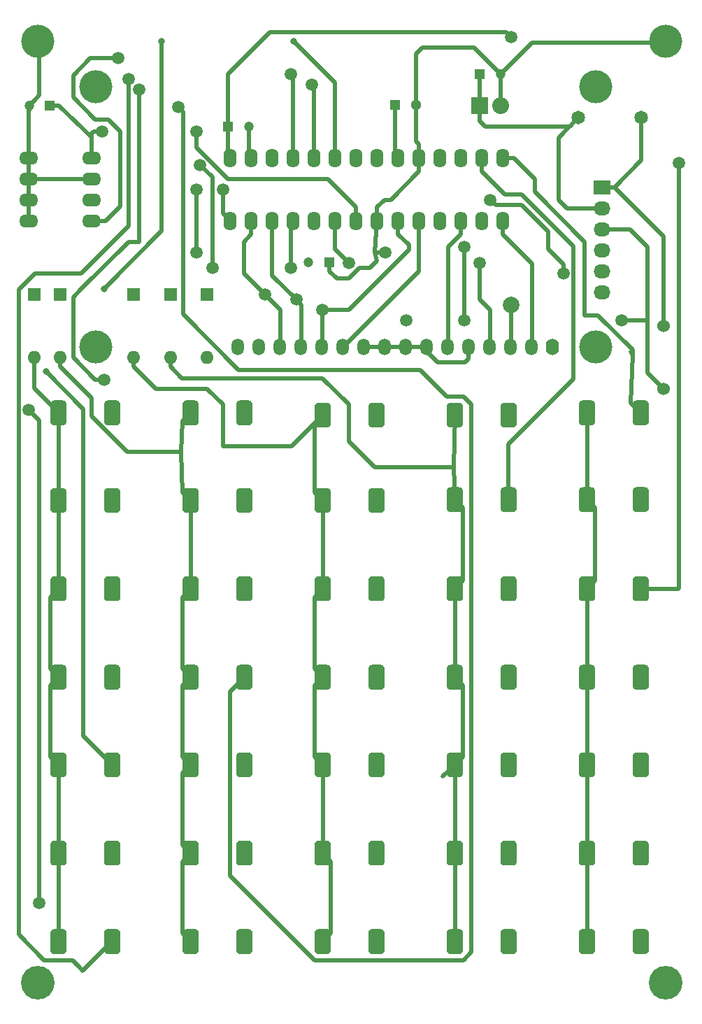
<source format=gbr>
G04 #@! TF.GenerationSoftware,KiCad,Pcbnew,(5.1.5)-3*
G04 #@! TF.CreationDate,2020-01-14T15:58:57+01:00*
G04 #@! TF.ProjectId,calculatrice,63616c63-756c-4617-9472-6963652e6b69,rev?*
G04 #@! TF.SameCoordinates,Original*
G04 #@! TF.FileFunction,Copper,L2,Bot*
G04 #@! TF.FilePolarity,Positive*
%FSLAX46Y46*%
G04 Gerber Fmt 4.6, Leading zero omitted, Abs format (unit mm)*
G04 Created by KiCad (PCBNEW (5.1.5)-3) date 2020-01-14 15:58:57*
%MOMM*%
%LPD*%
G04 APERTURE LIST*
%ADD10R,2.032000X2.032000*%
%ADD11O,2.032000X2.032000*%
%ADD12O,1.600000X2.000000*%
%ADD13O,1.500000X2.000000*%
%ADD14C,4.000000*%
%ADD15O,1.600000X2.300000*%
%ADD16C,1.200000*%
%ADD17R,1.200000X1.200000*%
%ADD18C,4.064000*%
%ADD19C,2.000000*%
%ADD20C,1.524000*%
%ADD21O,2.300000X1.600000*%
%ADD22R,1.300000X1.300000*%
%ADD23C,1.300000*%
%ADD24R,2.032000X1.727200*%
%ADD25O,2.032000X1.727200*%
%ADD26C,1.651000*%
%ADD27C,0.100000*%
%ADD28R,1.600000X1.600000*%
%ADD29O,1.600000X1.600000*%
%ADD30C,1.500000*%
%ADD31C,0.800000*%
%ADD32C,0.500000*%
G04 APERTURE END LIST*
D10*
X56515000Y-10795000D03*
D11*
X59055000Y-10795000D03*
D12*
X65325000Y-40005000D03*
D13*
X62785000Y-40005000D03*
X60245000Y-40005000D03*
X57705000Y-40005000D03*
X55165000Y-40005000D03*
X52625000Y-40005000D03*
X50085000Y-40005000D03*
X47545000Y-40005000D03*
X45005000Y-40005000D03*
X42465000Y-40005000D03*
X39925000Y-40005000D03*
X37385000Y-40005000D03*
X34845000Y-40005000D03*
X32305000Y-40005000D03*
X29765000Y-40005000D03*
X27225000Y-40005000D03*
D14*
X70525000Y-40005000D03*
X70525000Y-8505000D03*
X10025000Y-8505000D03*
X10025000Y-40005000D03*
D15*
X26295000Y-24745000D03*
X28835000Y-24745000D03*
X31375000Y-24745000D03*
X33915000Y-24745000D03*
X36455000Y-24745000D03*
X38995000Y-24745000D03*
X41535000Y-24745000D03*
X44075000Y-24745000D03*
X46615000Y-24745000D03*
X49155000Y-24745000D03*
X51695000Y-24745000D03*
X54235000Y-24745000D03*
X56775000Y-24745000D03*
X59315000Y-24745000D03*
X59315000Y-17125000D03*
X56775000Y-17125000D03*
X54235000Y-17125000D03*
X51695000Y-17125000D03*
X49155000Y-17125000D03*
X46615000Y-17125000D03*
X44075000Y-17125000D03*
X41535000Y-17125000D03*
X38995000Y-17125000D03*
X36455000Y-17125000D03*
X33915000Y-17125000D03*
X31375000Y-17125000D03*
X28835000Y-17125000D03*
X26295000Y-17125000D03*
D16*
X59015000Y-6985000D03*
D17*
X56515000Y-6985000D03*
D18*
X3000000Y-117000000D03*
D19*
X60325000Y-34925000D03*
D20*
X78740000Y-37465000D03*
X78740000Y-45085000D03*
D21*
X1905000Y-17145000D03*
X1905000Y-19685000D03*
X1905000Y-22225000D03*
X1905000Y-24765000D03*
X9525000Y-24765000D03*
X9525000Y-22225000D03*
X9525000Y-19685000D03*
X9525000Y-17145000D03*
D17*
X38295000Y-29745000D03*
D16*
X35795000Y-29745000D03*
X1945000Y-10795000D03*
D17*
X4445000Y-10795000D03*
X26035000Y-13335000D03*
D16*
X28535000Y-13335000D03*
D22*
X46295000Y-10745000D03*
D23*
X48795000Y-10745000D03*
D24*
X71295000Y-20745000D03*
D25*
X71295000Y-23285000D03*
X71295000Y-25825000D03*
X71295000Y-28365000D03*
X71295000Y-30905000D03*
X71295000Y-33445000D03*
D26*
X68475000Y-12241000D03*
X76095000Y-12241000D03*
D14*
X3000000Y-3000000D03*
X79000000Y-3000000D03*
D18*
X79000000Y-117000000D03*
G04 #@! TA.AperFunction,ComponentPad*
D27*
G36*
X6049009Y-46502408D02*
G01*
X6097545Y-46509607D01*
X6145142Y-46521530D01*
X6191342Y-46538060D01*
X6235698Y-46559039D01*
X6277785Y-46584265D01*
X6317197Y-46613495D01*
X6353553Y-46646447D01*
X6386505Y-46682803D01*
X6415735Y-46722215D01*
X6440961Y-46764302D01*
X6461940Y-46808658D01*
X6478470Y-46854858D01*
X6490393Y-46902455D01*
X6497592Y-46950991D01*
X6500000Y-47000000D01*
X6500000Y-49000000D01*
X6497592Y-49049009D01*
X6490393Y-49097545D01*
X6478470Y-49145142D01*
X6461940Y-49191342D01*
X6440961Y-49235698D01*
X6415735Y-49277785D01*
X6386505Y-49317197D01*
X6353553Y-49353553D01*
X6317197Y-49386505D01*
X6277785Y-49415735D01*
X6235698Y-49440961D01*
X6191342Y-49461940D01*
X6145142Y-49478470D01*
X6097545Y-49490393D01*
X6049009Y-49497592D01*
X6000000Y-49500000D01*
X5000000Y-49500000D01*
X4950991Y-49497592D01*
X4902455Y-49490393D01*
X4854858Y-49478470D01*
X4808658Y-49461940D01*
X4764302Y-49440961D01*
X4722215Y-49415735D01*
X4682803Y-49386505D01*
X4646447Y-49353553D01*
X4613495Y-49317197D01*
X4584265Y-49277785D01*
X4559039Y-49235698D01*
X4538060Y-49191342D01*
X4521530Y-49145142D01*
X4509607Y-49097545D01*
X4502408Y-49049009D01*
X4500000Y-49000000D01*
X4500000Y-47000000D01*
X4502408Y-46950991D01*
X4509607Y-46902455D01*
X4521530Y-46854858D01*
X4538060Y-46808658D01*
X4559039Y-46764302D01*
X4584265Y-46722215D01*
X4613495Y-46682803D01*
X4646447Y-46646447D01*
X4682803Y-46613495D01*
X4722215Y-46584265D01*
X4764302Y-46559039D01*
X4808658Y-46538060D01*
X4854858Y-46521530D01*
X4902455Y-46509607D01*
X4950991Y-46502408D01*
X5000000Y-46500000D01*
X6000000Y-46500000D01*
X6049009Y-46502408D01*
G37*
G04 #@! TD.AperFunction*
G04 #@! TA.AperFunction,ComponentPad*
G36*
X12549009Y-46502408D02*
G01*
X12597545Y-46509607D01*
X12645142Y-46521530D01*
X12691342Y-46538060D01*
X12735698Y-46559039D01*
X12777785Y-46584265D01*
X12817197Y-46613495D01*
X12853553Y-46646447D01*
X12886505Y-46682803D01*
X12915735Y-46722215D01*
X12940961Y-46764302D01*
X12961940Y-46808658D01*
X12978470Y-46854858D01*
X12990393Y-46902455D01*
X12997592Y-46950991D01*
X13000000Y-47000000D01*
X13000000Y-49000000D01*
X12997592Y-49049009D01*
X12990393Y-49097545D01*
X12978470Y-49145142D01*
X12961940Y-49191342D01*
X12940961Y-49235698D01*
X12915735Y-49277785D01*
X12886505Y-49317197D01*
X12853553Y-49353553D01*
X12817197Y-49386505D01*
X12777785Y-49415735D01*
X12735698Y-49440961D01*
X12691342Y-49461940D01*
X12645142Y-49478470D01*
X12597545Y-49490393D01*
X12549009Y-49497592D01*
X12500000Y-49500000D01*
X11500000Y-49500000D01*
X11450991Y-49497592D01*
X11402455Y-49490393D01*
X11354858Y-49478470D01*
X11308658Y-49461940D01*
X11264302Y-49440961D01*
X11222215Y-49415735D01*
X11182803Y-49386505D01*
X11146447Y-49353553D01*
X11113495Y-49317197D01*
X11084265Y-49277785D01*
X11059039Y-49235698D01*
X11038060Y-49191342D01*
X11021530Y-49145142D01*
X11009607Y-49097545D01*
X11002408Y-49049009D01*
X11000000Y-49000000D01*
X11000000Y-47000000D01*
X11002408Y-46950991D01*
X11009607Y-46902455D01*
X11021530Y-46854858D01*
X11038060Y-46808658D01*
X11059039Y-46764302D01*
X11084265Y-46722215D01*
X11113495Y-46682803D01*
X11146447Y-46646447D01*
X11182803Y-46613495D01*
X11222215Y-46584265D01*
X11264302Y-46559039D01*
X11308658Y-46538060D01*
X11354858Y-46521530D01*
X11402455Y-46509607D01*
X11450991Y-46502408D01*
X11500000Y-46500000D01*
X12500000Y-46500000D01*
X12549009Y-46502408D01*
G37*
G04 #@! TD.AperFunction*
G04 #@! TA.AperFunction,ComponentPad*
G36*
X12549009Y-57102408D02*
G01*
X12597545Y-57109607D01*
X12645142Y-57121530D01*
X12691342Y-57138060D01*
X12735698Y-57159039D01*
X12777785Y-57184265D01*
X12817197Y-57213495D01*
X12853553Y-57246447D01*
X12886505Y-57282803D01*
X12915735Y-57322215D01*
X12940961Y-57364302D01*
X12961940Y-57408658D01*
X12978470Y-57454858D01*
X12990393Y-57502455D01*
X12997592Y-57550991D01*
X13000000Y-57600000D01*
X13000000Y-59600000D01*
X12997592Y-59649009D01*
X12990393Y-59697545D01*
X12978470Y-59745142D01*
X12961940Y-59791342D01*
X12940961Y-59835698D01*
X12915735Y-59877785D01*
X12886505Y-59917197D01*
X12853553Y-59953553D01*
X12817197Y-59986505D01*
X12777785Y-60015735D01*
X12735698Y-60040961D01*
X12691342Y-60061940D01*
X12645142Y-60078470D01*
X12597545Y-60090393D01*
X12549009Y-60097592D01*
X12500000Y-60100000D01*
X11500000Y-60100000D01*
X11450991Y-60097592D01*
X11402455Y-60090393D01*
X11354858Y-60078470D01*
X11308658Y-60061940D01*
X11264302Y-60040961D01*
X11222215Y-60015735D01*
X11182803Y-59986505D01*
X11146447Y-59953553D01*
X11113495Y-59917197D01*
X11084265Y-59877785D01*
X11059039Y-59835698D01*
X11038060Y-59791342D01*
X11021530Y-59745142D01*
X11009607Y-59697545D01*
X11002408Y-59649009D01*
X11000000Y-59600000D01*
X11000000Y-57600000D01*
X11002408Y-57550991D01*
X11009607Y-57502455D01*
X11021530Y-57454858D01*
X11038060Y-57408658D01*
X11059039Y-57364302D01*
X11084265Y-57322215D01*
X11113495Y-57282803D01*
X11146447Y-57246447D01*
X11182803Y-57213495D01*
X11222215Y-57184265D01*
X11264302Y-57159039D01*
X11308658Y-57138060D01*
X11354858Y-57121530D01*
X11402455Y-57109607D01*
X11450991Y-57102408D01*
X11500000Y-57100000D01*
X12500000Y-57100000D01*
X12549009Y-57102408D01*
G37*
G04 #@! TD.AperFunction*
G04 #@! TA.AperFunction,ComponentPad*
G36*
X6049009Y-57102408D02*
G01*
X6097545Y-57109607D01*
X6145142Y-57121530D01*
X6191342Y-57138060D01*
X6235698Y-57159039D01*
X6277785Y-57184265D01*
X6317197Y-57213495D01*
X6353553Y-57246447D01*
X6386505Y-57282803D01*
X6415735Y-57322215D01*
X6440961Y-57364302D01*
X6461940Y-57408658D01*
X6478470Y-57454858D01*
X6490393Y-57502455D01*
X6497592Y-57550991D01*
X6500000Y-57600000D01*
X6500000Y-59600000D01*
X6497592Y-59649009D01*
X6490393Y-59697545D01*
X6478470Y-59745142D01*
X6461940Y-59791342D01*
X6440961Y-59835698D01*
X6415735Y-59877785D01*
X6386505Y-59917197D01*
X6353553Y-59953553D01*
X6317197Y-59986505D01*
X6277785Y-60015735D01*
X6235698Y-60040961D01*
X6191342Y-60061940D01*
X6145142Y-60078470D01*
X6097545Y-60090393D01*
X6049009Y-60097592D01*
X6000000Y-60100000D01*
X5000000Y-60100000D01*
X4950991Y-60097592D01*
X4902455Y-60090393D01*
X4854858Y-60078470D01*
X4808658Y-60061940D01*
X4764302Y-60040961D01*
X4722215Y-60015735D01*
X4682803Y-59986505D01*
X4646447Y-59953553D01*
X4613495Y-59917197D01*
X4584265Y-59877785D01*
X4559039Y-59835698D01*
X4538060Y-59791342D01*
X4521530Y-59745142D01*
X4509607Y-59697545D01*
X4502408Y-59649009D01*
X4500000Y-59600000D01*
X4500000Y-57600000D01*
X4502408Y-57550991D01*
X4509607Y-57502455D01*
X4521530Y-57454858D01*
X4538060Y-57408658D01*
X4559039Y-57364302D01*
X4584265Y-57322215D01*
X4613495Y-57282803D01*
X4646447Y-57246447D01*
X4682803Y-57213495D01*
X4722215Y-57184265D01*
X4764302Y-57159039D01*
X4808658Y-57138060D01*
X4854858Y-57121530D01*
X4902455Y-57109607D01*
X4950991Y-57102408D01*
X5000000Y-57100000D01*
X6000000Y-57100000D01*
X6049009Y-57102408D01*
G37*
G04 #@! TD.AperFunction*
G04 #@! TA.AperFunction,ComponentPad*
G36*
X6049009Y-67802408D02*
G01*
X6097545Y-67809607D01*
X6145142Y-67821530D01*
X6191342Y-67838060D01*
X6235698Y-67859039D01*
X6277785Y-67884265D01*
X6317197Y-67913495D01*
X6353553Y-67946447D01*
X6386505Y-67982803D01*
X6415735Y-68022215D01*
X6440961Y-68064302D01*
X6461940Y-68108658D01*
X6478470Y-68154858D01*
X6490393Y-68202455D01*
X6497592Y-68250991D01*
X6500000Y-68300000D01*
X6500000Y-70300000D01*
X6497592Y-70349009D01*
X6490393Y-70397545D01*
X6478470Y-70445142D01*
X6461940Y-70491342D01*
X6440961Y-70535698D01*
X6415735Y-70577785D01*
X6386505Y-70617197D01*
X6353553Y-70653553D01*
X6317197Y-70686505D01*
X6277785Y-70715735D01*
X6235698Y-70740961D01*
X6191342Y-70761940D01*
X6145142Y-70778470D01*
X6097545Y-70790393D01*
X6049009Y-70797592D01*
X6000000Y-70800000D01*
X5000000Y-70800000D01*
X4950991Y-70797592D01*
X4902455Y-70790393D01*
X4854858Y-70778470D01*
X4808658Y-70761940D01*
X4764302Y-70740961D01*
X4722215Y-70715735D01*
X4682803Y-70686505D01*
X4646447Y-70653553D01*
X4613495Y-70617197D01*
X4584265Y-70577785D01*
X4559039Y-70535698D01*
X4538060Y-70491342D01*
X4521530Y-70445142D01*
X4509607Y-70397545D01*
X4502408Y-70349009D01*
X4500000Y-70300000D01*
X4500000Y-68300000D01*
X4502408Y-68250991D01*
X4509607Y-68202455D01*
X4521530Y-68154858D01*
X4538060Y-68108658D01*
X4559039Y-68064302D01*
X4584265Y-68022215D01*
X4613495Y-67982803D01*
X4646447Y-67946447D01*
X4682803Y-67913495D01*
X4722215Y-67884265D01*
X4764302Y-67859039D01*
X4808658Y-67838060D01*
X4854858Y-67821530D01*
X4902455Y-67809607D01*
X4950991Y-67802408D01*
X5000000Y-67800000D01*
X6000000Y-67800000D01*
X6049009Y-67802408D01*
G37*
G04 #@! TD.AperFunction*
G04 #@! TA.AperFunction,ComponentPad*
G36*
X12549009Y-67802408D02*
G01*
X12597545Y-67809607D01*
X12645142Y-67821530D01*
X12691342Y-67838060D01*
X12735698Y-67859039D01*
X12777785Y-67884265D01*
X12817197Y-67913495D01*
X12853553Y-67946447D01*
X12886505Y-67982803D01*
X12915735Y-68022215D01*
X12940961Y-68064302D01*
X12961940Y-68108658D01*
X12978470Y-68154858D01*
X12990393Y-68202455D01*
X12997592Y-68250991D01*
X13000000Y-68300000D01*
X13000000Y-70300000D01*
X12997592Y-70349009D01*
X12990393Y-70397545D01*
X12978470Y-70445142D01*
X12961940Y-70491342D01*
X12940961Y-70535698D01*
X12915735Y-70577785D01*
X12886505Y-70617197D01*
X12853553Y-70653553D01*
X12817197Y-70686505D01*
X12777785Y-70715735D01*
X12735698Y-70740961D01*
X12691342Y-70761940D01*
X12645142Y-70778470D01*
X12597545Y-70790393D01*
X12549009Y-70797592D01*
X12500000Y-70800000D01*
X11500000Y-70800000D01*
X11450991Y-70797592D01*
X11402455Y-70790393D01*
X11354858Y-70778470D01*
X11308658Y-70761940D01*
X11264302Y-70740961D01*
X11222215Y-70715735D01*
X11182803Y-70686505D01*
X11146447Y-70653553D01*
X11113495Y-70617197D01*
X11084265Y-70577785D01*
X11059039Y-70535698D01*
X11038060Y-70491342D01*
X11021530Y-70445142D01*
X11009607Y-70397545D01*
X11002408Y-70349009D01*
X11000000Y-70300000D01*
X11000000Y-68300000D01*
X11002408Y-68250991D01*
X11009607Y-68202455D01*
X11021530Y-68154858D01*
X11038060Y-68108658D01*
X11059039Y-68064302D01*
X11084265Y-68022215D01*
X11113495Y-67982803D01*
X11146447Y-67946447D01*
X11182803Y-67913495D01*
X11222215Y-67884265D01*
X11264302Y-67859039D01*
X11308658Y-67838060D01*
X11354858Y-67821530D01*
X11402455Y-67809607D01*
X11450991Y-67802408D01*
X11500000Y-67800000D01*
X12500000Y-67800000D01*
X12549009Y-67802408D01*
G37*
G04 #@! TD.AperFunction*
G04 #@! TA.AperFunction,ComponentPad*
G36*
X12549009Y-78502408D02*
G01*
X12597545Y-78509607D01*
X12645142Y-78521530D01*
X12691342Y-78538060D01*
X12735698Y-78559039D01*
X12777785Y-78584265D01*
X12817197Y-78613495D01*
X12853553Y-78646447D01*
X12886505Y-78682803D01*
X12915735Y-78722215D01*
X12940961Y-78764302D01*
X12961940Y-78808658D01*
X12978470Y-78854858D01*
X12990393Y-78902455D01*
X12997592Y-78950991D01*
X13000000Y-79000000D01*
X13000000Y-81000000D01*
X12997592Y-81049009D01*
X12990393Y-81097545D01*
X12978470Y-81145142D01*
X12961940Y-81191342D01*
X12940961Y-81235698D01*
X12915735Y-81277785D01*
X12886505Y-81317197D01*
X12853553Y-81353553D01*
X12817197Y-81386505D01*
X12777785Y-81415735D01*
X12735698Y-81440961D01*
X12691342Y-81461940D01*
X12645142Y-81478470D01*
X12597545Y-81490393D01*
X12549009Y-81497592D01*
X12500000Y-81500000D01*
X11500000Y-81500000D01*
X11450991Y-81497592D01*
X11402455Y-81490393D01*
X11354858Y-81478470D01*
X11308658Y-81461940D01*
X11264302Y-81440961D01*
X11222215Y-81415735D01*
X11182803Y-81386505D01*
X11146447Y-81353553D01*
X11113495Y-81317197D01*
X11084265Y-81277785D01*
X11059039Y-81235698D01*
X11038060Y-81191342D01*
X11021530Y-81145142D01*
X11009607Y-81097545D01*
X11002408Y-81049009D01*
X11000000Y-81000000D01*
X11000000Y-79000000D01*
X11002408Y-78950991D01*
X11009607Y-78902455D01*
X11021530Y-78854858D01*
X11038060Y-78808658D01*
X11059039Y-78764302D01*
X11084265Y-78722215D01*
X11113495Y-78682803D01*
X11146447Y-78646447D01*
X11182803Y-78613495D01*
X11222215Y-78584265D01*
X11264302Y-78559039D01*
X11308658Y-78538060D01*
X11354858Y-78521530D01*
X11402455Y-78509607D01*
X11450991Y-78502408D01*
X11500000Y-78500000D01*
X12500000Y-78500000D01*
X12549009Y-78502408D01*
G37*
G04 #@! TD.AperFunction*
G04 #@! TA.AperFunction,ComponentPad*
G36*
X6049009Y-78502408D02*
G01*
X6097545Y-78509607D01*
X6145142Y-78521530D01*
X6191342Y-78538060D01*
X6235698Y-78559039D01*
X6277785Y-78584265D01*
X6317197Y-78613495D01*
X6353553Y-78646447D01*
X6386505Y-78682803D01*
X6415735Y-78722215D01*
X6440961Y-78764302D01*
X6461940Y-78808658D01*
X6478470Y-78854858D01*
X6490393Y-78902455D01*
X6497592Y-78950991D01*
X6500000Y-79000000D01*
X6500000Y-81000000D01*
X6497592Y-81049009D01*
X6490393Y-81097545D01*
X6478470Y-81145142D01*
X6461940Y-81191342D01*
X6440961Y-81235698D01*
X6415735Y-81277785D01*
X6386505Y-81317197D01*
X6353553Y-81353553D01*
X6317197Y-81386505D01*
X6277785Y-81415735D01*
X6235698Y-81440961D01*
X6191342Y-81461940D01*
X6145142Y-81478470D01*
X6097545Y-81490393D01*
X6049009Y-81497592D01*
X6000000Y-81500000D01*
X5000000Y-81500000D01*
X4950991Y-81497592D01*
X4902455Y-81490393D01*
X4854858Y-81478470D01*
X4808658Y-81461940D01*
X4764302Y-81440961D01*
X4722215Y-81415735D01*
X4682803Y-81386505D01*
X4646447Y-81353553D01*
X4613495Y-81317197D01*
X4584265Y-81277785D01*
X4559039Y-81235698D01*
X4538060Y-81191342D01*
X4521530Y-81145142D01*
X4509607Y-81097545D01*
X4502408Y-81049009D01*
X4500000Y-81000000D01*
X4500000Y-79000000D01*
X4502408Y-78950991D01*
X4509607Y-78902455D01*
X4521530Y-78854858D01*
X4538060Y-78808658D01*
X4559039Y-78764302D01*
X4584265Y-78722215D01*
X4613495Y-78682803D01*
X4646447Y-78646447D01*
X4682803Y-78613495D01*
X4722215Y-78584265D01*
X4764302Y-78559039D01*
X4808658Y-78538060D01*
X4854858Y-78521530D01*
X4902455Y-78509607D01*
X4950991Y-78502408D01*
X5000000Y-78500000D01*
X6000000Y-78500000D01*
X6049009Y-78502408D01*
G37*
G04 #@! TD.AperFunction*
G04 #@! TA.AperFunction,ComponentPad*
G36*
X12549009Y-89102408D02*
G01*
X12597545Y-89109607D01*
X12645142Y-89121530D01*
X12691342Y-89138060D01*
X12735698Y-89159039D01*
X12777785Y-89184265D01*
X12817197Y-89213495D01*
X12853553Y-89246447D01*
X12886505Y-89282803D01*
X12915735Y-89322215D01*
X12940961Y-89364302D01*
X12961940Y-89408658D01*
X12978470Y-89454858D01*
X12990393Y-89502455D01*
X12997592Y-89550991D01*
X13000000Y-89600000D01*
X13000000Y-91600000D01*
X12997592Y-91649009D01*
X12990393Y-91697545D01*
X12978470Y-91745142D01*
X12961940Y-91791342D01*
X12940961Y-91835698D01*
X12915735Y-91877785D01*
X12886505Y-91917197D01*
X12853553Y-91953553D01*
X12817197Y-91986505D01*
X12777785Y-92015735D01*
X12735698Y-92040961D01*
X12691342Y-92061940D01*
X12645142Y-92078470D01*
X12597545Y-92090393D01*
X12549009Y-92097592D01*
X12500000Y-92100000D01*
X11500000Y-92100000D01*
X11450991Y-92097592D01*
X11402455Y-92090393D01*
X11354858Y-92078470D01*
X11308658Y-92061940D01*
X11264302Y-92040961D01*
X11222215Y-92015735D01*
X11182803Y-91986505D01*
X11146447Y-91953553D01*
X11113495Y-91917197D01*
X11084265Y-91877785D01*
X11059039Y-91835698D01*
X11038060Y-91791342D01*
X11021530Y-91745142D01*
X11009607Y-91697545D01*
X11002408Y-91649009D01*
X11000000Y-91600000D01*
X11000000Y-89600000D01*
X11002408Y-89550991D01*
X11009607Y-89502455D01*
X11021530Y-89454858D01*
X11038060Y-89408658D01*
X11059039Y-89364302D01*
X11084265Y-89322215D01*
X11113495Y-89282803D01*
X11146447Y-89246447D01*
X11182803Y-89213495D01*
X11222215Y-89184265D01*
X11264302Y-89159039D01*
X11308658Y-89138060D01*
X11354858Y-89121530D01*
X11402455Y-89109607D01*
X11450991Y-89102408D01*
X11500000Y-89100000D01*
X12500000Y-89100000D01*
X12549009Y-89102408D01*
G37*
G04 #@! TD.AperFunction*
G04 #@! TA.AperFunction,ComponentPad*
G36*
X6049009Y-89102408D02*
G01*
X6097545Y-89109607D01*
X6145142Y-89121530D01*
X6191342Y-89138060D01*
X6235698Y-89159039D01*
X6277785Y-89184265D01*
X6317197Y-89213495D01*
X6353553Y-89246447D01*
X6386505Y-89282803D01*
X6415735Y-89322215D01*
X6440961Y-89364302D01*
X6461940Y-89408658D01*
X6478470Y-89454858D01*
X6490393Y-89502455D01*
X6497592Y-89550991D01*
X6500000Y-89600000D01*
X6500000Y-91600000D01*
X6497592Y-91649009D01*
X6490393Y-91697545D01*
X6478470Y-91745142D01*
X6461940Y-91791342D01*
X6440961Y-91835698D01*
X6415735Y-91877785D01*
X6386505Y-91917197D01*
X6353553Y-91953553D01*
X6317197Y-91986505D01*
X6277785Y-92015735D01*
X6235698Y-92040961D01*
X6191342Y-92061940D01*
X6145142Y-92078470D01*
X6097545Y-92090393D01*
X6049009Y-92097592D01*
X6000000Y-92100000D01*
X5000000Y-92100000D01*
X4950991Y-92097592D01*
X4902455Y-92090393D01*
X4854858Y-92078470D01*
X4808658Y-92061940D01*
X4764302Y-92040961D01*
X4722215Y-92015735D01*
X4682803Y-91986505D01*
X4646447Y-91953553D01*
X4613495Y-91917197D01*
X4584265Y-91877785D01*
X4559039Y-91835698D01*
X4538060Y-91791342D01*
X4521530Y-91745142D01*
X4509607Y-91697545D01*
X4502408Y-91649009D01*
X4500000Y-91600000D01*
X4500000Y-89600000D01*
X4502408Y-89550991D01*
X4509607Y-89502455D01*
X4521530Y-89454858D01*
X4538060Y-89408658D01*
X4559039Y-89364302D01*
X4584265Y-89322215D01*
X4613495Y-89282803D01*
X4646447Y-89246447D01*
X4682803Y-89213495D01*
X4722215Y-89184265D01*
X4764302Y-89159039D01*
X4808658Y-89138060D01*
X4854858Y-89121530D01*
X4902455Y-89109607D01*
X4950991Y-89102408D01*
X5000000Y-89100000D01*
X6000000Y-89100000D01*
X6049009Y-89102408D01*
G37*
G04 #@! TD.AperFunction*
G04 #@! TA.AperFunction,ComponentPad*
G36*
X6049009Y-99802408D02*
G01*
X6097545Y-99809607D01*
X6145142Y-99821530D01*
X6191342Y-99838060D01*
X6235698Y-99859039D01*
X6277785Y-99884265D01*
X6317197Y-99913495D01*
X6353553Y-99946447D01*
X6386505Y-99982803D01*
X6415735Y-100022215D01*
X6440961Y-100064302D01*
X6461940Y-100108658D01*
X6478470Y-100154858D01*
X6490393Y-100202455D01*
X6497592Y-100250991D01*
X6500000Y-100300000D01*
X6500000Y-102300000D01*
X6497592Y-102349009D01*
X6490393Y-102397545D01*
X6478470Y-102445142D01*
X6461940Y-102491342D01*
X6440961Y-102535698D01*
X6415735Y-102577785D01*
X6386505Y-102617197D01*
X6353553Y-102653553D01*
X6317197Y-102686505D01*
X6277785Y-102715735D01*
X6235698Y-102740961D01*
X6191342Y-102761940D01*
X6145142Y-102778470D01*
X6097545Y-102790393D01*
X6049009Y-102797592D01*
X6000000Y-102800000D01*
X5000000Y-102800000D01*
X4950991Y-102797592D01*
X4902455Y-102790393D01*
X4854858Y-102778470D01*
X4808658Y-102761940D01*
X4764302Y-102740961D01*
X4722215Y-102715735D01*
X4682803Y-102686505D01*
X4646447Y-102653553D01*
X4613495Y-102617197D01*
X4584265Y-102577785D01*
X4559039Y-102535698D01*
X4538060Y-102491342D01*
X4521530Y-102445142D01*
X4509607Y-102397545D01*
X4502408Y-102349009D01*
X4500000Y-102300000D01*
X4500000Y-100300000D01*
X4502408Y-100250991D01*
X4509607Y-100202455D01*
X4521530Y-100154858D01*
X4538060Y-100108658D01*
X4559039Y-100064302D01*
X4584265Y-100022215D01*
X4613495Y-99982803D01*
X4646447Y-99946447D01*
X4682803Y-99913495D01*
X4722215Y-99884265D01*
X4764302Y-99859039D01*
X4808658Y-99838060D01*
X4854858Y-99821530D01*
X4902455Y-99809607D01*
X4950991Y-99802408D01*
X5000000Y-99800000D01*
X6000000Y-99800000D01*
X6049009Y-99802408D01*
G37*
G04 #@! TD.AperFunction*
G04 #@! TA.AperFunction,ComponentPad*
G36*
X12549009Y-99802408D02*
G01*
X12597545Y-99809607D01*
X12645142Y-99821530D01*
X12691342Y-99838060D01*
X12735698Y-99859039D01*
X12777785Y-99884265D01*
X12817197Y-99913495D01*
X12853553Y-99946447D01*
X12886505Y-99982803D01*
X12915735Y-100022215D01*
X12940961Y-100064302D01*
X12961940Y-100108658D01*
X12978470Y-100154858D01*
X12990393Y-100202455D01*
X12997592Y-100250991D01*
X13000000Y-100300000D01*
X13000000Y-102300000D01*
X12997592Y-102349009D01*
X12990393Y-102397545D01*
X12978470Y-102445142D01*
X12961940Y-102491342D01*
X12940961Y-102535698D01*
X12915735Y-102577785D01*
X12886505Y-102617197D01*
X12853553Y-102653553D01*
X12817197Y-102686505D01*
X12777785Y-102715735D01*
X12735698Y-102740961D01*
X12691342Y-102761940D01*
X12645142Y-102778470D01*
X12597545Y-102790393D01*
X12549009Y-102797592D01*
X12500000Y-102800000D01*
X11500000Y-102800000D01*
X11450991Y-102797592D01*
X11402455Y-102790393D01*
X11354858Y-102778470D01*
X11308658Y-102761940D01*
X11264302Y-102740961D01*
X11222215Y-102715735D01*
X11182803Y-102686505D01*
X11146447Y-102653553D01*
X11113495Y-102617197D01*
X11084265Y-102577785D01*
X11059039Y-102535698D01*
X11038060Y-102491342D01*
X11021530Y-102445142D01*
X11009607Y-102397545D01*
X11002408Y-102349009D01*
X11000000Y-102300000D01*
X11000000Y-100300000D01*
X11002408Y-100250991D01*
X11009607Y-100202455D01*
X11021530Y-100154858D01*
X11038060Y-100108658D01*
X11059039Y-100064302D01*
X11084265Y-100022215D01*
X11113495Y-99982803D01*
X11146447Y-99946447D01*
X11182803Y-99913495D01*
X11222215Y-99884265D01*
X11264302Y-99859039D01*
X11308658Y-99838060D01*
X11354858Y-99821530D01*
X11402455Y-99809607D01*
X11450991Y-99802408D01*
X11500000Y-99800000D01*
X12500000Y-99800000D01*
X12549009Y-99802408D01*
G37*
G04 #@! TD.AperFunction*
G04 #@! TA.AperFunction,ComponentPad*
G36*
X6049009Y-110502408D02*
G01*
X6097545Y-110509607D01*
X6145142Y-110521530D01*
X6191342Y-110538060D01*
X6235698Y-110559039D01*
X6277785Y-110584265D01*
X6317197Y-110613495D01*
X6353553Y-110646447D01*
X6386505Y-110682803D01*
X6415735Y-110722215D01*
X6440961Y-110764302D01*
X6461940Y-110808658D01*
X6478470Y-110854858D01*
X6490393Y-110902455D01*
X6497592Y-110950991D01*
X6500000Y-111000000D01*
X6500000Y-113000000D01*
X6497592Y-113049009D01*
X6490393Y-113097545D01*
X6478470Y-113145142D01*
X6461940Y-113191342D01*
X6440961Y-113235698D01*
X6415735Y-113277785D01*
X6386505Y-113317197D01*
X6353553Y-113353553D01*
X6317197Y-113386505D01*
X6277785Y-113415735D01*
X6235698Y-113440961D01*
X6191342Y-113461940D01*
X6145142Y-113478470D01*
X6097545Y-113490393D01*
X6049009Y-113497592D01*
X6000000Y-113500000D01*
X5000000Y-113500000D01*
X4950991Y-113497592D01*
X4902455Y-113490393D01*
X4854858Y-113478470D01*
X4808658Y-113461940D01*
X4764302Y-113440961D01*
X4722215Y-113415735D01*
X4682803Y-113386505D01*
X4646447Y-113353553D01*
X4613495Y-113317197D01*
X4584265Y-113277785D01*
X4559039Y-113235698D01*
X4538060Y-113191342D01*
X4521530Y-113145142D01*
X4509607Y-113097545D01*
X4502408Y-113049009D01*
X4500000Y-113000000D01*
X4500000Y-111000000D01*
X4502408Y-110950991D01*
X4509607Y-110902455D01*
X4521530Y-110854858D01*
X4538060Y-110808658D01*
X4559039Y-110764302D01*
X4584265Y-110722215D01*
X4613495Y-110682803D01*
X4646447Y-110646447D01*
X4682803Y-110613495D01*
X4722215Y-110584265D01*
X4764302Y-110559039D01*
X4808658Y-110538060D01*
X4854858Y-110521530D01*
X4902455Y-110509607D01*
X4950991Y-110502408D01*
X5000000Y-110500000D01*
X6000000Y-110500000D01*
X6049009Y-110502408D01*
G37*
G04 #@! TD.AperFunction*
G04 #@! TA.AperFunction,ComponentPad*
G36*
X12549009Y-110502408D02*
G01*
X12597545Y-110509607D01*
X12645142Y-110521530D01*
X12691342Y-110538060D01*
X12735698Y-110559039D01*
X12777785Y-110584265D01*
X12817197Y-110613495D01*
X12853553Y-110646447D01*
X12886505Y-110682803D01*
X12915735Y-110722215D01*
X12940961Y-110764302D01*
X12961940Y-110808658D01*
X12978470Y-110854858D01*
X12990393Y-110902455D01*
X12997592Y-110950991D01*
X13000000Y-111000000D01*
X13000000Y-113000000D01*
X12997592Y-113049009D01*
X12990393Y-113097545D01*
X12978470Y-113145142D01*
X12961940Y-113191342D01*
X12940961Y-113235698D01*
X12915735Y-113277785D01*
X12886505Y-113317197D01*
X12853553Y-113353553D01*
X12817197Y-113386505D01*
X12777785Y-113415735D01*
X12735698Y-113440961D01*
X12691342Y-113461940D01*
X12645142Y-113478470D01*
X12597545Y-113490393D01*
X12549009Y-113497592D01*
X12500000Y-113500000D01*
X11500000Y-113500000D01*
X11450991Y-113497592D01*
X11402455Y-113490393D01*
X11354858Y-113478470D01*
X11308658Y-113461940D01*
X11264302Y-113440961D01*
X11222215Y-113415735D01*
X11182803Y-113386505D01*
X11146447Y-113353553D01*
X11113495Y-113317197D01*
X11084265Y-113277785D01*
X11059039Y-113235698D01*
X11038060Y-113191342D01*
X11021530Y-113145142D01*
X11009607Y-113097545D01*
X11002408Y-113049009D01*
X11000000Y-113000000D01*
X11000000Y-111000000D01*
X11002408Y-110950991D01*
X11009607Y-110902455D01*
X11021530Y-110854858D01*
X11038060Y-110808658D01*
X11059039Y-110764302D01*
X11084265Y-110722215D01*
X11113495Y-110682803D01*
X11146447Y-110646447D01*
X11182803Y-110613495D01*
X11222215Y-110584265D01*
X11264302Y-110559039D01*
X11308658Y-110538060D01*
X11354858Y-110521530D01*
X11402455Y-110509607D01*
X11450991Y-110502408D01*
X11500000Y-110500000D01*
X12500000Y-110500000D01*
X12549009Y-110502408D01*
G37*
G04 #@! TD.AperFunction*
G04 #@! TA.AperFunction,ComponentPad*
G36*
X28549009Y-46502408D02*
G01*
X28597545Y-46509607D01*
X28645142Y-46521530D01*
X28691342Y-46538060D01*
X28735698Y-46559039D01*
X28777785Y-46584265D01*
X28817197Y-46613495D01*
X28853553Y-46646447D01*
X28886505Y-46682803D01*
X28915735Y-46722215D01*
X28940961Y-46764302D01*
X28961940Y-46808658D01*
X28978470Y-46854858D01*
X28990393Y-46902455D01*
X28997592Y-46950991D01*
X29000000Y-47000000D01*
X29000000Y-49000000D01*
X28997592Y-49049009D01*
X28990393Y-49097545D01*
X28978470Y-49145142D01*
X28961940Y-49191342D01*
X28940961Y-49235698D01*
X28915735Y-49277785D01*
X28886505Y-49317197D01*
X28853553Y-49353553D01*
X28817197Y-49386505D01*
X28777785Y-49415735D01*
X28735698Y-49440961D01*
X28691342Y-49461940D01*
X28645142Y-49478470D01*
X28597545Y-49490393D01*
X28549009Y-49497592D01*
X28500000Y-49500000D01*
X27500000Y-49500000D01*
X27450991Y-49497592D01*
X27402455Y-49490393D01*
X27354858Y-49478470D01*
X27308658Y-49461940D01*
X27264302Y-49440961D01*
X27222215Y-49415735D01*
X27182803Y-49386505D01*
X27146447Y-49353553D01*
X27113495Y-49317197D01*
X27084265Y-49277785D01*
X27059039Y-49235698D01*
X27038060Y-49191342D01*
X27021530Y-49145142D01*
X27009607Y-49097545D01*
X27002408Y-49049009D01*
X27000000Y-49000000D01*
X27000000Y-47000000D01*
X27002408Y-46950991D01*
X27009607Y-46902455D01*
X27021530Y-46854858D01*
X27038060Y-46808658D01*
X27059039Y-46764302D01*
X27084265Y-46722215D01*
X27113495Y-46682803D01*
X27146447Y-46646447D01*
X27182803Y-46613495D01*
X27222215Y-46584265D01*
X27264302Y-46559039D01*
X27308658Y-46538060D01*
X27354858Y-46521530D01*
X27402455Y-46509607D01*
X27450991Y-46502408D01*
X27500000Y-46500000D01*
X28500000Y-46500000D01*
X28549009Y-46502408D01*
G37*
G04 #@! TD.AperFunction*
G04 #@! TA.AperFunction,ComponentPad*
G36*
X22049009Y-46502408D02*
G01*
X22097545Y-46509607D01*
X22145142Y-46521530D01*
X22191342Y-46538060D01*
X22235698Y-46559039D01*
X22277785Y-46584265D01*
X22317197Y-46613495D01*
X22353553Y-46646447D01*
X22386505Y-46682803D01*
X22415735Y-46722215D01*
X22440961Y-46764302D01*
X22461940Y-46808658D01*
X22478470Y-46854858D01*
X22490393Y-46902455D01*
X22497592Y-46950991D01*
X22500000Y-47000000D01*
X22500000Y-49000000D01*
X22497592Y-49049009D01*
X22490393Y-49097545D01*
X22478470Y-49145142D01*
X22461940Y-49191342D01*
X22440961Y-49235698D01*
X22415735Y-49277785D01*
X22386505Y-49317197D01*
X22353553Y-49353553D01*
X22317197Y-49386505D01*
X22277785Y-49415735D01*
X22235698Y-49440961D01*
X22191342Y-49461940D01*
X22145142Y-49478470D01*
X22097545Y-49490393D01*
X22049009Y-49497592D01*
X22000000Y-49500000D01*
X21000000Y-49500000D01*
X20950991Y-49497592D01*
X20902455Y-49490393D01*
X20854858Y-49478470D01*
X20808658Y-49461940D01*
X20764302Y-49440961D01*
X20722215Y-49415735D01*
X20682803Y-49386505D01*
X20646447Y-49353553D01*
X20613495Y-49317197D01*
X20584265Y-49277785D01*
X20559039Y-49235698D01*
X20538060Y-49191342D01*
X20521530Y-49145142D01*
X20509607Y-49097545D01*
X20502408Y-49049009D01*
X20500000Y-49000000D01*
X20500000Y-47000000D01*
X20502408Y-46950991D01*
X20509607Y-46902455D01*
X20521530Y-46854858D01*
X20538060Y-46808658D01*
X20559039Y-46764302D01*
X20584265Y-46722215D01*
X20613495Y-46682803D01*
X20646447Y-46646447D01*
X20682803Y-46613495D01*
X20722215Y-46584265D01*
X20764302Y-46559039D01*
X20808658Y-46538060D01*
X20854858Y-46521530D01*
X20902455Y-46509607D01*
X20950991Y-46502408D01*
X21000000Y-46500000D01*
X22000000Y-46500000D01*
X22049009Y-46502408D01*
G37*
G04 #@! TD.AperFunction*
G04 #@! TA.AperFunction,ComponentPad*
G36*
X22049009Y-57102408D02*
G01*
X22097545Y-57109607D01*
X22145142Y-57121530D01*
X22191342Y-57138060D01*
X22235698Y-57159039D01*
X22277785Y-57184265D01*
X22317197Y-57213495D01*
X22353553Y-57246447D01*
X22386505Y-57282803D01*
X22415735Y-57322215D01*
X22440961Y-57364302D01*
X22461940Y-57408658D01*
X22478470Y-57454858D01*
X22490393Y-57502455D01*
X22497592Y-57550991D01*
X22500000Y-57600000D01*
X22500000Y-59600000D01*
X22497592Y-59649009D01*
X22490393Y-59697545D01*
X22478470Y-59745142D01*
X22461940Y-59791342D01*
X22440961Y-59835698D01*
X22415735Y-59877785D01*
X22386505Y-59917197D01*
X22353553Y-59953553D01*
X22317197Y-59986505D01*
X22277785Y-60015735D01*
X22235698Y-60040961D01*
X22191342Y-60061940D01*
X22145142Y-60078470D01*
X22097545Y-60090393D01*
X22049009Y-60097592D01*
X22000000Y-60100000D01*
X21000000Y-60100000D01*
X20950991Y-60097592D01*
X20902455Y-60090393D01*
X20854858Y-60078470D01*
X20808658Y-60061940D01*
X20764302Y-60040961D01*
X20722215Y-60015735D01*
X20682803Y-59986505D01*
X20646447Y-59953553D01*
X20613495Y-59917197D01*
X20584265Y-59877785D01*
X20559039Y-59835698D01*
X20538060Y-59791342D01*
X20521530Y-59745142D01*
X20509607Y-59697545D01*
X20502408Y-59649009D01*
X20500000Y-59600000D01*
X20500000Y-57600000D01*
X20502408Y-57550991D01*
X20509607Y-57502455D01*
X20521530Y-57454858D01*
X20538060Y-57408658D01*
X20559039Y-57364302D01*
X20584265Y-57322215D01*
X20613495Y-57282803D01*
X20646447Y-57246447D01*
X20682803Y-57213495D01*
X20722215Y-57184265D01*
X20764302Y-57159039D01*
X20808658Y-57138060D01*
X20854858Y-57121530D01*
X20902455Y-57109607D01*
X20950991Y-57102408D01*
X21000000Y-57100000D01*
X22000000Y-57100000D01*
X22049009Y-57102408D01*
G37*
G04 #@! TD.AperFunction*
G04 #@! TA.AperFunction,ComponentPad*
G36*
X28549009Y-57102408D02*
G01*
X28597545Y-57109607D01*
X28645142Y-57121530D01*
X28691342Y-57138060D01*
X28735698Y-57159039D01*
X28777785Y-57184265D01*
X28817197Y-57213495D01*
X28853553Y-57246447D01*
X28886505Y-57282803D01*
X28915735Y-57322215D01*
X28940961Y-57364302D01*
X28961940Y-57408658D01*
X28978470Y-57454858D01*
X28990393Y-57502455D01*
X28997592Y-57550991D01*
X29000000Y-57600000D01*
X29000000Y-59600000D01*
X28997592Y-59649009D01*
X28990393Y-59697545D01*
X28978470Y-59745142D01*
X28961940Y-59791342D01*
X28940961Y-59835698D01*
X28915735Y-59877785D01*
X28886505Y-59917197D01*
X28853553Y-59953553D01*
X28817197Y-59986505D01*
X28777785Y-60015735D01*
X28735698Y-60040961D01*
X28691342Y-60061940D01*
X28645142Y-60078470D01*
X28597545Y-60090393D01*
X28549009Y-60097592D01*
X28500000Y-60100000D01*
X27500000Y-60100000D01*
X27450991Y-60097592D01*
X27402455Y-60090393D01*
X27354858Y-60078470D01*
X27308658Y-60061940D01*
X27264302Y-60040961D01*
X27222215Y-60015735D01*
X27182803Y-59986505D01*
X27146447Y-59953553D01*
X27113495Y-59917197D01*
X27084265Y-59877785D01*
X27059039Y-59835698D01*
X27038060Y-59791342D01*
X27021530Y-59745142D01*
X27009607Y-59697545D01*
X27002408Y-59649009D01*
X27000000Y-59600000D01*
X27000000Y-57600000D01*
X27002408Y-57550991D01*
X27009607Y-57502455D01*
X27021530Y-57454858D01*
X27038060Y-57408658D01*
X27059039Y-57364302D01*
X27084265Y-57322215D01*
X27113495Y-57282803D01*
X27146447Y-57246447D01*
X27182803Y-57213495D01*
X27222215Y-57184265D01*
X27264302Y-57159039D01*
X27308658Y-57138060D01*
X27354858Y-57121530D01*
X27402455Y-57109607D01*
X27450991Y-57102408D01*
X27500000Y-57100000D01*
X28500000Y-57100000D01*
X28549009Y-57102408D01*
G37*
G04 #@! TD.AperFunction*
G04 #@! TA.AperFunction,ComponentPad*
G36*
X28549009Y-67802408D02*
G01*
X28597545Y-67809607D01*
X28645142Y-67821530D01*
X28691342Y-67838060D01*
X28735698Y-67859039D01*
X28777785Y-67884265D01*
X28817197Y-67913495D01*
X28853553Y-67946447D01*
X28886505Y-67982803D01*
X28915735Y-68022215D01*
X28940961Y-68064302D01*
X28961940Y-68108658D01*
X28978470Y-68154858D01*
X28990393Y-68202455D01*
X28997592Y-68250991D01*
X29000000Y-68300000D01*
X29000000Y-70300000D01*
X28997592Y-70349009D01*
X28990393Y-70397545D01*
X28978470Y-70445142D01*
X28961940Y-70491342D01*
X28940961Y-70535698D01*
X28915735Y-70577785D01*
X28886505Y-70617197D01*
X28853553Y-70653553D01*
X28817197Y-70686505D01*
X28777785Y-70715735D01*
X28735698Y-70740961D01*
X28691342Y-70761940D01*
X28645142Y-70778470D01*
X28597545Y-70790393D01*
X28549009Y-70797592D01*
X28500000Y-70800000D01*
X27500000Y-70800000D01*
X27450991Y-70797592D01*
X27402455Y-70790393D01*
X27354858Y-70778470D01*
X27308658Y-70761940D01*
X27264302Y-70740961D01*
X27222215Y-70715735D01*
X27182803Y-70686505D01*
X27146447Y-70653553D01*
X27113495Y-70617197D01*
X27084265Y-70577785D01*
X27059039Y-70535698D01*
X27038060Y-70491342D01*
X27021530Y-70445142D01*
X27009607Y-70397545D01*
X27002408Y-70349009D01*
X27000000Y-70300000D01*
X27000000Y-68300000D01*
X27002408Y-68250991D01*
X27009607Y-68202455D01*
X27021530Y-68154858D01*
X27038060Y-68108658D01*
X27059039Y-68064302D01*
X27084265Y-68022215D01*
X27113495Y-67982803D01*
X27146447Y-67946447D01*
X27182803Y-67913495D01*
X27222215Y-67884265D01*
X27264302Y-67859039D01*
X27308658Y-67838060D01*
X27354858Y-67821530D01*
X27402455Y-67809607D01*
X27450991Y-67802408D01*
X27500000Y-67800000D01*
X28500000Y-67800000D01*
X28549009Y-67802408D01*
G37*
G04 #@! TD.AperFunction*
G04 #@! TA.AperFunction,ComponentPad*
G36*
X22049009Y-67802408D02*
G01*
X22097545Y-67809607D01*
X22145142Y-67821530D01*
X22191342Y-67838060D01*
X22235698Y-67859039D01*
X22277785Y-67884265D01*
X22317197Y-67913495D01*
X22353553Y-67946447D01*
X22386505Y-67982803D01*
X22415735Y-68022215D01*
X22440961Y-68064302D01*
X22461940Y-68108658D01*
X22478470Y-68154858D01*
X22490393Y-68202455D01*
X22497592Y-68250991D01*
X22500000Y-68300000D01*
X22500000Y-70300000D01*
X22497592Y-70349009D01*
X22490393Y-70397545D01*
X22478470Y-70445142D01*
X22461940Y-70491342D01*
X22440961Y-70535698D01*
X22415735Y-70577785D01*
X22386505Y-70617197D01*
X22353553Y-70653553D01*
X22317197Y-70686505D01*
X22277785Y-70715735D01*
X22235698Y-70740961D01*
X22191342Y-70761940D01*
X22145142Y-70778470D01*
X22097545Y-70790393D01*
X22049009Y-70797592D01*
X22000000Y-70800000D01*
X21000000Y-70800000D01*
X20950991Y-70797592D01*
X20902455Y-70790393D01*
X20854858Y-70778470D01*
X20808658Y-70761940D01*
X20764302Y-70740961D01*
X20722215Y-70715735D01*
X20682803Y-70686505D01*
X20646447Y-70653553D01*
X20613495Y-70617197D01*
X20584265Y-70577785D01*
X20559039Y-70535698D01*
X20538060Y-70491342D01*
X20521530Y-70445142D01*
X20509607Y-70397545D01*
X20502408Y-70349009D01*
X20500000Y-70300000D01*
X20500000Y-68300000D01*
X20502408Y-68250991D01*
X20509607Y-68202455D01*
X20521530Y-68154858D01*
X20538060Y-68108658D01*
X20559039Y-68064302D01*
X20584265Y-68022215D01*
X20613495Y-67982803D01*
X20646447Y-67946447D01*
X20682803Y-67913495D01*
X20722215Y-67884265D01*
X20764302Y-67859039D01*
X20808658Y-67838060D01*
X20854858Y-67821530D01*
X20902455Y-67809607D01*
X20950991Y-67802408D01*
X21000000Y-67800000D01*
X22000000Y-67800000D01*
X22049009Y-67802408D01*
G37*
G04 #@! TD.AperFunction*
G04 #@! TA.AperFunction,ComponentPad*
G36*
X22049009Y-78502408D02*
G01*
X22097545Y-78509607D01*
X22145142Y-78521530D01*
X22191342Y-78538060D01*
X22235698Y-78559039D01*
X22277785Y-78584265D01*
X22317197Y-78613495D01*
X22353553Y-78646447D01*
X22386505Y-78682803D01*
X22415735Y-78722215D01*
X22440961Y-78764302D01*
X22461940Y-78808658D01*
X22478470Y-78854858D01*
X22490393Y-78902455D01*
X22497592Y-78950991D01*
X22500000Y-79000000D01*
X22500000Y-81000000D01*
X22497592Y-81049009D01*
X22490393Y-81097545D01*
X22478470Y-81145142D01*
X22461940Y-81191342D01*
X22440961Y-81235698D01*
X22415735Y-81277785D01*
X22386505Y-81317197D01*
X22353553Y-81353553D01*
X22317197Y-81386505D01*
X22277785Y-81415735D01*
X22235698Y-81440961D01*
X22191342Y-81461940D01*
X22145142Y-81478470D01*
X22097545Y-81490393D01*
X22049009Y-81497592D01*
X22000000Y-81500000D01*
X21000000Y-81500000D01*
X20950991Y-81497592D01*
X20902455Y-81490393D01*
X20854858Y-81478470D01*
X20808658Y-81461940D01*
X20764302Y-81440961D01*
X20722215Y-81415735D01*
X20682803Y-81386505D01*
X20646447Y-81353553D01*
X20613495Y-81317197D01*
X20584265Y-81277785D01*
X20559039Y-81235698D01*
X20538060Y-81191342D01*
X20521530Y-81145142D01*
X20509607Y-81097545D01*
X20502408Y-81049009D01*
X20500000Y-81000000D01*
X20500000Y-79000000D01*
X20502408Y-78950991D01*
X20509607Y-78902455D01*
X20521530Y-78854858D01*
X20538060Y-78808658D01*
X20559039Y-78764302D01*
X20584265Y-78722215D01*
X20613495Y-78682803D01*
X20646447Y-78646447D01*
X20682803Y-78613495D01*
X20722215Y-78584265D01*
X20764302Y-78559039D01*
X20808658Y-78538060D01*
X20854858Y-78521530D01*
X20902455Y-78509607D01*
X20950991Y-78502408D01*
X21000000Y-78500000D01*
X22000000Y-78500000D01*
X22049009Y-78502408D01*
G37*
G04 #@! TD.AperFunction*
G04 #@! TA.AperFunction,ComponentPad*
G36*
X28549009Y-78502408D02*
G01*
X28597545Y-78509607D01*
X28645142Y-78521530D01*
X28691342Y-78538060D01*
X28735698Y-78559039D01*
X28777785Y-78584265D01*
X28817197Y-78613495D01*
X28853553Y-78646447D01*
X28886505Y-78682803D01*
X28915735Y-78722215D01*
X28940961Y-78764302D01*
X28961940Y-78808658D01*
X28978470Y-78854858D01*
X28990393Y-78902455D01*
X28997592Y-78950991D01*
X29000000Y-79000000D01*
X29000000Y-81000000D01*
X28997592Y-81049009D01*
X28990393Y-81097545D01*
X28978470Y-81145142D01*
X28961940Y-81191342D01*
X28940961Y-81235698D01*
X28915735Y-81277785D01*
X28886505Y-81317197D01*
X28853553Y-81353553D01*
X28817197Y-81386505D01*
X28777785Y-81415735D01*
X28735698Y-81440961D01*
X28691342Y-81461940D01*
X28645142Y-81478470D01*
X28597545Y-81490393D01*
X28549009Y-81497592D01*
X28500000Y-81500000D01*
X27500000Y-81500000D01*
X27450991Y-81497592D01*
X27402455Y-81490393D01*
X27354858Y-81478470D01*
X27308658Y-81461940D01*
X27264302Y-81440961D01*
X27222215Y-81415735D01*
X27182803Y-81386505D01*
X27146447Y-81353553D01*
X27113495Y-81317197D01*
X27084265Y-81277785D01*
X27059039Y-81235698D01*
X27038060Y-81191342D01*
X27021530Y-81145142D01*
X27009607Y-81097545D01*
X27002408Y-81049009D01*
X27000000Y-81000000D01*
X27000000Y-79000000D01*
X27002408Y-78950991D01*
X27009607Y-78902455D01*
X27021530Y-78854858D01*
X27038060Y-78808658D01*
X27059039Y-78764302D01*
X27084265Y-78722215D01*
X27113495Y-78682803D01*
X27146447Y-78646447D01*
X27182803Y-78613495D01*
X27222215Y-78584265D01*
X27264302Y-78559039D01*
X27308658Y-78538060D01*
X27354858Y-78521530D01*
X27402455Y-78509607D01*
X27450991Y-78502408D01*
X27500000Y-78500000D01*
X28500000Y-78500000D01*
X28549009Y-78502408D01*
G37*
G04 #@! TD.AperFunction*
G04 #@! TA.AperFunction,ComponentPad*
G36*
X22049009Y-89102408D02*
G01*
X22097545Y-89109607D01*
X22145142Y-89121530D01*
X22191342Y-89138060D01*
X22235698Y-89159039D01*
X22277785Y-89184265D01*
X22317197Y-89213495D01*
X22353553Y-89246447D01*
X22386505Y-89282803D01*
X22415735Y-89322215D01*
X22440961Y-89364302D01*
X22461940Y-89408658D01*
X22478470Y-89454858D01*
X22490393Y-89502455D01*
X22497592Y-89550991D01*
X22500000Y-89600000D01*
X22500000Y-91600000D01*
X22497592Y-91649009D01*
X22490393Y-91697545D01*
X22478470Y-91745142D01*
X22461940Y-91791342D01*
X22440961Y-91835698D01*
X22415735Y-91877785D01*
X22386505Y-91917197D01*
X22353553Y-91953553D01*
X22317197Y-91986505D01*
X22277785Y-92015735D01*
X22235698Y-92040961D01*
X22191342Y-92061940D01*
X22145142Y-92078470D01*
X22097545Y-92090393D01*
X22049009Y-92097592D01*
X22000000Y-92100000D01*
X21000000Y-92100000D01*
X20950991Y-92097592D01*
X20902455Y-92090393D01*
X20854858Y-92078470D01*
X20808658Y-92061940D01*
X20764302Y-92040961D01*
X20722215Y-92015735D01*
X20682803Y-91986505D01*
X20646447Y-91953553D01*
X20613495Y-91917197D01*
X20584265Y-91877785D01*
X20559039Y-91835698D01*
X20538060Y-91791342D01*
X20521530Y-91745142D01*
X20509607Y-91697545D01*
X20502408Y-91649009D01*
X20500000Y-91600000D01*
X20500000Y-89600000D01*
X20502408Y-89550991D01*
X20509607Y-89502455D01*
X20521530Y-89454858D01*
X20538060Y-89408658D01*
X20559039Y-89364302D01*
X20584265Y-89322215D01*
X20613495Y-89282803D01*
X20646447Y-89246447D01*
X20682803Y-89213495D01*
X20722215Y-89184265D01*
X20764302Y-89159039D01*
X20808658Y-89138060D01*
X20854858Y-89121530D01*
X20902455Y-89109607D01*
X20950991Y-89102408D01*
X21000000Y-89100000D01*
X22000000Y-89100000D01*
X22049009Y-89102408D01*
G37*
G04 #@! TD.AperFunction*
G04 #@! TA.AperFunction,ComponentPad*
G36*
X28549009Y-89102408D02*
G01*
X28597545Y-89109607D01*
X28645142Y-89121530D01*
X28691342Y-89138060D01*
X28735698Y-89159039D01*
X28777785Y-89184265D01*
X28817197Y-89213495D01*
X28853553Y-89246447D01*
X28886505Y-89282803D01*
X28915735Y-89322215D01*
X28940961Y-89364302D01*
X28961940Y-89408658D01*
X28978470Y-89454858D01*
X28990393Y-89502455D01*
X28997592Y-89550991D01*
X29000000Y-89600000D01*
X29000000Y-91600000D01*
X28997592Y-91649009D01*
X28990393Y-91697545D01*
X28978470Y-91745142D01*
X28961940Y-91791342D01*
X28940961Y-91835698D01*
X28915735Y-91877785D01*
X28886505Y-91917197D01*
X28853553Y-91953553D01*
X28817197Y-91986505D01*
X28777785Y-92015735D01*
X28735698Y-92040961D01*
X28691342Y-92061940D01*
X28645142Y-92078470D01*
X28597545Y-92090393D01*
X28549009Y-92097592D01*
X28500000Y-92100000D01*
X27500000Y-92100000D01*
X27450991Y-92097592D01*
X27402455Y-92090393D01*
X27354858Y-92078470D01*
X27308658Y-92061940D01*
X27264302Y-92040961D01*
X27222215Y-92015735D01*
X27182803Y-91986505D01*
X27146447Y-91953553D01*
X27113495Y-91917197D01*
X27084265Y-91877785D01*
X27059039Y-91835698D01*
X27038060Y-91791342D01*
X27021530Y-91745142D01*
X27009607Y-91697545D01*
X27002408Y-91649009D01*
X27000000Y-91600000D01*
X27000000Y-89600000D01*
X27002408Y-89550991D01*
X27009607Y-89502455D01*
X27021530Y-89454858D01*
X27038060Y-89408658D01*
X27059039Y-89364302D01*
X27084265Y-89322215D01*
X27113495Y-89282803D01*
X27146447Y-89246447D01*
X27182803Y-89213495D01*
X27222215Y-89184265D01*
X27264302Y-89159039D01*
X27308658Y-89138060D01*
X27354858Y-89121530D01*
X27402455Y-89109607D01*
X27450991Y-89102408D01*
X27500000Y-89100000D01*
X28500000Y-89100000D01*
X28549009Y-89102408D01*
G37*
G04 #@! TD.AperFunction*
G04 #@! TA.AperFunction,ComponentPad*
G36*
X28549009Y-99802408D02*
G01*
X28597545Y-99809607D01*
X28645142Y-99821530D01*
X28691342Y-99838060D01*
X28735698Y-99859039D01*
X28777785Y-99884265D01*
X28817197Y-99913495D01*
X28853553Y-99946447D01*
X28886505Y-99982803D01*
X28915735Y-100022215D01*
X28940961Y-100064302D01*
X28961940Y-100108658D01*
X28978470Y-100154858D01*
X28990393Y-100202455D01*
X28997592Y-100250991D01*
X29000000Y-100300000D01*
X29000000Y-102300000D01*
X28997592Y-102349009D01*
X28990393Y-102397545D01*
X28978470Y-102445142D01*
X28961940Y-102491342D01*
X28940961Y-102535698D01*
X28915735Y-102577785D01*
X28886505Y-102617197D01*
X28853553Y-102653553D01*
X28817197Y-102686505D01*
X28777785Y-102715735D01*
X28735698Y-102740961D01*
X28691342Y-102761940D01*
X28645142Y-102778470D01*
X28597545Y-102790393D01*
X28549009Y-102797592D01*
X28500000Y-102800000D01*
X27500000Y-102800000D01*
X27450991Y-102797592D01*
X27402455Y-102790393D01*
X27354858Y-102778470D01*
X27308658Y-102761940D01*
X27264302Y-102740961D01*
X27222215Y-102715735D01*
X27182803Y-102686505D01*
X27146447Y-102653553D01*
X27113495Y-102617197D01*
X27084265Y-102577785D01*
X27059039Y-102535698D01*
X27038060Y-102491342D01*
X27021530Y-102445142D01*
X27009607Y-102397545D01*
X27002408Y-102349009D01*
X27000000Y-102300000D01*
X27000000Y-100300000D01*
X27002408Y-100250991D01*
X27009607Y-100202455D01*
X27021530Y-100154858D01*
X27038060Y-100108658D01*
X27059039Y-100064302D01*
X27084265Y-100022215D01*
X27113495Y-99982803D01*
X27146447Y-99946447D01*
X27182803Y-99913495D01*
X27222215Y-99884265D01*
X27264302Y-99859039D01*
X27308658Y-99838060D01*
X27354858Y-99821530D01*
X27402455Y-99809607D01*
X27450991Y-99802408D01*
X27500000Y-99800000D01*
X28500000Y-99800000D01*
X28549009Y-99802408D01*
G37*
G04 #@! TD.AperFunction*
G04 #@! TA.AperFunction,ComponentPad*
G36*
X22049009Y-99802408D02*
G01*
X22097545Y-99809607D01*
X22145142Y-99821530D01*
X22191342Y-99838060D01*
X22235698Y-99859039D01*
X22277785Y-99884265D01*
X22317197Y-99913495D01*
X22353553Y-99946447D01*
X22386505Y-99982803D01*
X22415735Y-100022215D01*
X22440961Y-100064302D01*
X22461940Y-100108658D01*
X22478470Y-100154858D01*
X22490393Y-100202455D01*
X22497592Y-100250991D01*
X22500000Y-100300000D01*
X22500000Y-102300000D01*
X22497592Y-102349009D01*
X22490393Y-102397545D01*
X22478470Y-102445142D01*
X22461940Y-102491342D01*
X22440961Y-102535698D01*
X22415735Y-102577785D01*
X22386505Y-102617197D01*
X22353553Y-102653553D01*
X22317197Y-102686505D01*
X22277785Y-102715735D01*
X22235698Y-102740961D01*
X22191342Y-102761940D01*
X22145142Y-102778470D01*
X22097545Y-102790393D01*
X22049009Y-102797592D01*
X22000000Y-102800000D01*
X21000000Y-102800000D01*
X20950991Y-102797592D01*
X20902455Y-102790393D01*
X20854858Y-102778470D01*
X20808658Y-102761940D01*
X20764302Y-102740961D01*
X20722215Y-102715735D01*
X20682803Y-102686505D01*
X20646447Y-102653553D01*
X20613495Y-102617197D01*
X20584265Y-102577785D01*
X20559039Y-102535698D01*
X20538060Y-102491342D01*
X20521530Y-102445142D01*
X20509607Y-102397545D01*
X20502408Y-102349009D01*
X20500000Y-102300000D01*
X20500000Y-100300000D01*
X20502408Y-100250991D01*
X20509607Y-100202455D01*
X20521530Y-100154858D01*
X20538060Y-100108658D01*
X20559039Y-100064302D01*
X20584265Y-100022215D01*
X20613495Y-99982803D01*
X20646447Y-99946447D01*
X20682803Y-99913495D01*
X20722215Y-99884265D01*
X20764302Y-99859039D01*
X20808658Y-99838060D01*
X20854858Y-99821530D01*
X20902455Y-99809607D01*
X20950991Y-99802408D01*
X21000000Y-99800000D01*
X22000000Y-99800000D01*
X22049009Y-99802408D01*
G37*
G04 #@! TD.AperFunction*
G04 #@! TA.AperFunction,ComponentPad*
G36*
X28549009Y-110502408D02*
G01*
X28597545Y-110509607D01*
X28645142Y-110521530D01*
X28691342Y-110538060D01*
X28735698Y-110559039D01*
X28777785Y-110584265D01*
X28817197Y-110613495D01*
X28853553Y-110646447D01*
X28886505Y-110682803D01*
X28915735Y-110722215D01*
X28940961Y-110764302D01*
X28961940Y-110808658D01*
X28978470Y-110854858D01*
X28990393Y-110902455D01*
X28997592Y-110950991D01*
X29000000Y-111000000D01*
X29000000Y-113000000D01*
X28997592Y-113049009D01*
X28990393Y-113097545D01*
X28978470Y-113145142D01*
X28961940Y-113191342D01*
X28940961Y-113235698D01*
X28915735Y-113277785D01*
X28886505Y-113317197D01*
X28853553Y-113353553D01*
X28817197Y-113386505D01*
X28777785Y-113415735D01*
X28735698Y-113440961D01*
X28691342Y-113461940D01*
X28645142Y-113478470D01*
X28597545Y-113490393D01*
X28549009Y-113497592D01*
X28500000Y-113500000D01*
X27500000Y-113500000D01*
X27450991Y-113497592D01*
X27402455Y-113490393D01*
X27354858Y-113478470D01*
X27308658Y-113461940D01*
X27264302Y-113440961D01*
X27222215Y-113415735D01*
X27182803Y-113386505D01*
X27146447Y-113353553D01*
X27113495Y-113317197D01*
X27084265Y-113277785D01*
X27059039Y-113235698D01*
X27038060Y-113191342D01*
X27021530Y-113145142D01*
X27009607Y-113097545D01*
X27002408Y-113049009D01*
X27000000Y-113000000D01*
X27000000Y-111000000D01*
X27002408Y-110950991D01*
X27009607Y-110902455D01*
X27021530Y-110854858D01*
X27038060Y-110808658D01*
X27059039Y-110764302D01*
X27084265Y-110722215D01*
X27113495Y-110682803D01*
X27146447Y-110646447D01*
X27182803Y-110613495D01*
X27222215Y-110584265D01*
X27264302Y-110559039D01*
X27308658Y-110538060D01*
X27354858Y-110521530D01*
X27402455Y-110509607D01*
X27450991Y-110502408D01*
X27500000Y-110500000D01*
X28500000Y-110500000D01*
X28549009Y-110502408D01*
G37*
G04 #@! TD.AperFunction*
G04 #@! TA.AperFunction,ComponentPad*
G36*
X22049009Y-110502408D02*
G01*
X22097545Y-110509607D01*
X22145142Y-110521530D01*
X22191342Y-110538060D01*
X22235698Y-110559039D01*
X22277785Y-110584265D01*
X22317197Y-110613495D01*
X22353553Y-110646447D01*
X22386505Y-110682803D01*
X22415735Y-110722215D01*
X22440961Y-110764302D01*
X22461940Y-110808658D01*
X22478470Y-110854858D01*
X22490393Y-110902455D01*
X22497592Y-110950991D01*
X22500000Y-111000000D01*
X22500000Y-113000000D01*
X22497592Y-113049009D01*
X22490393Y-113097545D01*
X22478470Y-113145142D01*
X22461940Y-113191342D01*
X22440961Y-113235698D01*
X22415735Y-113277785D01*
X22386505Y-113317197D01*
X22353553Y-113353553D01*
X22317197Y-113386505D01*
X22277785Y-113415735D01*
X22235698Y-113440961D01*
X22191342Y-113461940D01*
X22145142Y-113478470D01*
X22097545Y-113490393D01*
X22049009Y-113497592D01*
X22000000Y-113500000D01*
X21000000Y-113500000D01*
X20950991Y-113497592D01*
X20902455Y-113490393D01*
X20854858Y-113478470D01*
X20808658Y-113461940D01*
X20764302Y-113440961D01*
X20722215Y-113415735D01*
X20682803Y-113386505D01*
X20646447Y-113353553D01*
X20613495Y-113317197D01*
X20584265Y-113277785D01*
X20559039Y-113235698D01*
X20538060Y-113191342D01*
X20521530Y-113145142D01*
X20509607Y-113097545D01*
X20502408Y-113049009D01*
X20500000Y-113000000D01*
X20500000Y-111000000D01*
X20502408Y-110950991D01*
X20509607Y-110902455D01*
X20521530Y-110854858D01*
X20538060Y-110808658D01*
X20559039Y-110764302D01*
X20584265Y-110722215D01*
X20613495Y-110682803D01*
X20646447Y-110646447D01*
X20682803Y-110613495D01*
X20722215Y-110584265D01*
X20764302Y-110559039D01*
X20808658Y-110538060D01*
X20854858Y-110521530D01*
X20902455Y-110509607D01*
X20950991Y-110502408D01*
X21000000Y-110500000D01*
X22000000Y-110500000D01*
X22049009Y-110502408D01*
G37*
G04 #@! TD.AperFunction*
G04 #@! TA.AperFunction,ComponentPad*
G36*
X38049009Y-46762408D02*
G01*
X38097545Y-46769607D01*
X38145142Y-46781530D01*
X38191342Y-46798060D01*
X38235698Y-46819039D01*
X38277785Y-46844265D01*
X38317197Y-46873495D01*
X38353553Y-46906447D01*
X38386505Y-46942803D01*
X38415735Y-46982215D01*
X38440961Y-47024302D01*
X38461940Y-47068658D01*
X38478470Y-47114858D01*
X38490393Y-47162455D01*
X38497592Y-47210991D01*
X38500000Y-47260000D01*
X38500000Y-49260000D01*
X38497592Y-49309009D01*
X38490393Y-49357545D01*
X38478470Y-49405142D01*
X38461940Y-49451342D01*
X38440961Y-49495698D01*
X38415735Y-49537785D01*
X38386505Y-49577197D01*
X38353553Y-49613553D01*
X38317197Y-49646505D01*
X38277785Y-49675735D01*
X38235698Y-49700961D01*
X38191342Y-49721940D01*
X38145142Y-49738470D01*
X38097545Y-49750393D01*
X38049009Y-49757592D01*
X38000000Y-49760000D01*
X37000000Y-49760000D01*
X36950991Y-49757592D01*
X36902455Y-49750393D01*
X36854858Y-49738470D01*
X36808658Y-49721940D01*
X36764302Y-49700961D01*
X36722215Y-49675735D01*
X36682803Y-49646505D01*
X36646447Y-49613553D01*
X36613495Y-49577197D01*
X36584265Y-49537785D01*
X36559039Y-49495698D01*
X36538060Y-49451342D01*
X36521530Y-49405142D01*
X36509607Y-49357545D01*
X36502408Y-49309009D01*
X36500000Y-49260000D01*
X36500000Y-47260000D01*
X36502408Y-47210991D01*
X36509607Y-47162455D01*
X36521530Y-47114858D01*
X36538060Y-47068658D01*
X36559039Y-47024302D01*
X36584265Y-46982215D01*
X36613495Y-46942803D01*
X36646447Y-46906447D01*
X36682803Y-46873495D01*
X36722215Y-46844265D01*
X36764302Y-46819039D01*
X36808658Y-46798060D01*
X36854858Y-46781530D01*
X36902455Y-46769607D01*
X36950991Y-46762408D01*
X37000000Y-46760000D01*
X38000000Y-46760000D01*
X38049009Y-46762408D01*
G37*
G04 #@! TD.AperFunction*
G04 #@! TA.AperFunction,ComponentPad*
G36*
X44549009Y-46762408D02*
G01*
X44597545Y-46769607D01*
X44645142Y-46781530D01*
X44691342Y-46798060D01*
X44735698Y-46819039D01*
X44777785Y-46844265D01*
X44817197Y-46873495D01*
X44853553Y-46906447D01*
X44886505Y-46942803D01*
X44915735Y-46982215D01*
X44940961Y-47024302D01*
X44961940Y-47068658D01*
X44978470Y-47114858D01*
X44990393Y-47162455D01*
X44997592Y-47210991D01*
X45000000Y-47260000D01*
X45000000Y-49260000D01*
X44997592Y-49309009D01*
X44990393Y-49357545D01*
X44978470Y-49405142D01*
X44961940Y-49451342D01*
X44940961Y-49495698D01*
X44915735Y-49537785D01*
X44886505Y-49577197D01*
X44853553Y-49613553D01*
X44817197Y-49646505D01*
X44777785Y-49675735D01*
X44735698Y-49700961D01*
X44691342Y-49721940D01*
X44645142Y-49738470D01*
X44597545Y-49750393D01*
X44549009Y-49757592D01*
X44500000Y-49760000D01*
X43500000Y-49760000D01*
X43450991Y-49757592D01*
X43402455Y-49750393D01*
X43354858Y-49738470D01*
X43308658Y-49721940D01*
X43264302Y-49700961D01*
X43222215Y-49675735D01*
X43182803Y-49646505D01*
X43146447Y-49613553D01*
X43113495Y-49577197D01*
X43084265Y-49537785D01*
X43059039Y-49495698D01*
X43038060Y-49451342D01*
X43021530Y-49405142D01*
X43009607Y-49357545D01*
X43002408Y-49309009D01*
X43000000Y-49260000D01*
X43000000Y-47260000D01*
X43002408Y-47210991D01*
X43009607Y-47162455D01*
X43021530Y-47114858D01*
X43038060Y-47068658D01*
X43059039Y-47024302D01*
X43084265Y-46982215D01*
X43113495Y-46942803D01*
X43146447Y-46906447D01*
X43182803Y-46873495D01*
X43222215Y-46844265D01*
X43264302Y-46819039D01*
X43308658Y-46798060D01*
X43354858Y-46781530D01*
X43402455Y-46769607D01*
X43450991Y-46762408D01*
X43500000Y-46760000D01*
X44500000Y-46760000D01*
X44549009Y-46762408D01*
G37*
G04 #@! TD.AperFunction*
G04 #@! TA.AperFunction,ComponentPad*
G36*
X44549009Y-57102408D02*
G01*
X44597545Y-57109607D01*
X44645142Y-57121530D01*
X44691342Y-57138060D01*
X44735698Y-57159039D01*
X44777785Y-57184265D01*
X44817197Y-57213495D01*
X44853553Y-57246447D01*
X44886505Y-57282803D01*
X44915735Y-57322215D01*
X44940961Y-57364302D01*
X44961940Y-57408658D01*
X44978470Y-57454858D01*
X44990393Y-57502455D01*
X44997592Y-57550991D01*
X45000000Y-57600000D01*
X45000000Y-59600000D01*
X44997592Y-59649009D01*
X44990393Y-59697545D01*
X44978470Y-59745142D01*
X44961940Y-59791342D01*
X44940961Y-59835698D01*
X44915735Y-59877785D01*
X44886505Y-59917197D01*
X44853553Y-59953553D01*
X44817197Y-59986505D01*
X44777785Y-60015735D01*
X44735698Y-60040961D01*
X44691342Y-60061940D01*
X44645142Y-60078470D01*
X44597545Y-60090393D01*
X44549009Y-60097592D01*
X44500000Y-60100000D01*
X43500000Y-60100000D01*
X43450991Y-60097592D01*
X43402455Y-60090393D01*
X43354858Y-60078470D01*
X43308658Y-60061940D01*
X43264302Y-60040961D01*
X43222215Y-60015735D01*
X43182803Y-59986505D01*
X43146447Y-59953553D01*
X43113495Y-59917197D01*
X43084265Y-59877785D01*
X43059039Y-59835698D01*
X43038060Y-59791342D01*
X43021530Y-59745142D01*
X43009607Y-59697545D01*
X43002408Y-59649009D01*
X43000000Y-59600000D01*
X43000000Y-57600000D01*
X43002408Y-57550991D01*
X43009607Y-57502455D01*
X43021530Y-57454858D01*
X43038060Y-57408658D01*
X43059039Y-57364302D01*
X43084265Y-57322215D01*
X43113495Y-57282803D01*
X43146447Y-57246447D01*
X43182803Y-57213495D01*
X43222215Y-57184265D01*
X43264302Y-57159039D01*
X43308658Y-57138060D01*
X43354858Y-57121530D01*
X43402455Y-57109607D01*
X43450991Y-57102408D01*
X43500000Y-57100000D01*
X44500000Y-57100000D01*
X44549009Y-57102408D01*
G37*
G04 #@! TD.AperFunction*
G04 #@! TA.AperFunction,ComponentPad*
G36*
X38049009Y-57102408D02*
G01*
X38097545Y-57109607D01*
X38145142Y-57121530D01*
X38191342Y-57138060D01*
X38235698Y-57159039D01*
X38277785Y-57184265D01*
X38317197Y-57213495D01*
X38353553Y-57246447D01*
X38386505Y-57282803D01*
X38415735Y-57322215D01*
X38440961Y-57364302D01*
X38461940Y-57408658D01*
X38478470Y-57454858D01*
X38490393Y-57502455D01*
X38497592Y-57550991D01*
X38500000Y-57600000D01*
X38500000Y-59600000D01*
X38497592Y-59649009D01*
X38490393Y-59697545D01*
X38478470Y-59745142D01*
X38461940Y-59791342D01*
X38440961Y-59835698D01*
X38415735Y-59877785D01*
X38386505Y-59917197D01*
X38353553Y-59953553D01*
X38317197Y-59986505D01*
X38277785Y-60015735D01*
X38235698Y-60040961D01*
X38191342Y-60061940D01*
X38145142Y-60078470D01*
X38097545Y-60090393D01*
X38049009Y-60097592D01*
X38000000Y-60100000D01*
X37000000Y-60100000D01*
X36950991Y-60097592D01*
X36902455Y-60090393D01*
X36854858Y-60078470D01*
X36808658Y-60061940D01*
X36764302Y-60040961D01*
X36722215Y-60015735D01*
X36682803Y-59986505D01*
X36646447Y-59953553D01*
X36613495Y-59917197D01*
X36584265Y-59877785D01*
X36559039Y-59835698D01*
X36538060Y-59791342D01*
X36521530Y-59745142D01*
X36509607Y-59697545D01*
X36502408Y-59649009D01*
X36500000Y-59600000D01*
X36500000Y-57600000D01*
X36502408Y-57550991D01*
X36509607Y-57502455D01*
X36521530Y-57454858D01*
X36538060Y-57408658D01*
X36559039Y-57364302D01*
X36584265Y-57322215D01*
X36613495Y-57282803D01*
X36646447Y-57246447D01*
X36682803Y-57213495D01*
X36722215Y-57184265D01*
X36764302Y-57159039D01*
X36808658Y-57138060D01*
X36854858Y-57121530D01*
X36902455Y-57109607D01*
X36950991Y-57102408D01*
X37000000Y-57100000D01*
X38000000Y-57100000D01*
X38049009Y-57102408D01*
G37*
G04 #@! TD.AperFunction*
G04 #@! TA.AperFunction,ComponentPad*
G36*
X38049009Y-67802408D02*
G01*
X38097545Y-67809607D01*
X38145142Y-67821530D01*
X38191342Y-67838060D01*
X38235698Y-67859039D01*
X38277785Y-67884265D01*
X38317197Y-67913495D01*
X38353553Y-67946447D01*
X38386505Y-67982803D01*
X38415735Y-68022215D01*
X38440961Y-68064302D01*
X38461940Y-68108658D01*
X38478470Y-68154858D01*
X38490393Y-68202455D01*
X38497592Y-68250991D01*
X38500000Y-68300000D01*
X38500000Y-70300000D01*
X38497592Y-70349009D01*
X38490393Y-70397545D01*
X38478470Y-70445142D01*
X38461940Y-70491342D01*
X38440961Y-70535698D01*
X38415735Y-70577785D01*
X38386505Y-70617197D01*
X38353553Y-70653553D01*
X38317197Y-70686505D01*
X38277785Y-70715735D01*
X38235698Y-70740961D01*
X38191342Y-70761940D01*
X38145142Y-70778470D01*
X38097545Y-70790393D01*
X38049009Y-70797592D01*
X38000000Y-70800000D01*
X37000000Y-70800000D01*
X36950991Y-70797592D01*
X36902455Y-70790393D01*
X36854858Y-70778470D01*
X36808658Y-70761940D01*
X36764302Y-70740961D01*
X36722215Y-70715735D01*
X36682803Y-70686505D01*
X36646447Y-70653553D01*
X36613495Y-70617197D01*
X36584265Y-70577785D01*
X36559039Y-70535698D01*
X36538060Y-70491342D01*
X36521530Y-70445142D01*
X36509607Y-70397545D01*
X36502408Y-70349009D01*
X36500000Y-70300000D01*
X36500000Y-68300000D01*
X36502408Y-68250991D01*
X36509607Y-68202455D01*
X36521530Y-68154858D01*
X36538060Y-68108658D01*
X36559039Y-68064302D01*
X36584265Y-68022215D01*
X36613495Y-67982803D01*
X36646447Y-67946447D01*
X36682803Y-67913495D01*
X36722215Y-67884265D01*
X36764302Y-67859039D01*
X36808658Y-67838060D01*
X36854858Y-67821530D01*
X36902455Y-67809607D01*
X36950991Y-67802408D01*
X37000000Y-67800000D01*
X38000000Y-67800000D01*
X38049009Y-67802408D01*
G37*
G04 #@! TD.AperFunction*
G04 #@! TA.AperFunction,ComponentPad*
G36*
X44549009Y-67802408D02*
G01*
X44597545Y-67809607D01*
X44645142Y-67821530D01*
X44691342Y-67838060D01*
X44735698Y-67859039D01*
X44777785Y-67884265D01*
X44817197Y-67913495D01*
X44853553Y-67946447D01*
X44886505Y-67982803D01*
X44915735Y-68022215D01*
X44940961Y-68064302D01*
X44961940Y-68108658D01*
X44978470Y-68154858D01*
X44990393Y-68202455D01*
X44997592Y-68250991D01*
X45000000Y-68300000D01*
X45000000Y-70300000D01*
X44997592Y-70349009D01*
X44990393Y-70397545D01*
X44978470Y-70445142D01*
X44961940Y-70491342D01*
X44940961Y-70535698D01*
X44915735Y-70577785D01*
X44886505Y-70617197D01*
X44853553Y-70653553D01*
X44817197Y-70686505D01*
X44777785Y-70715735D01*
X44735698Y-70740961D01*
X44691342Y-70761940D01*
X44645142Y-70778470D01*
X44597545Y-70790393D01*
X44549009Y-70797592D01*
X44500000Y-70800000D01*
X43500000Y-70800000D01*
X43450991Y-70797592D01*
X43402455Y-70790393D01*
X43354858Y-70778470D01*
X43308658Y-70761940D01*
X43264302Y-70740961D01*
X43222215Y-70715735D01*
X43182803Y-70686505D01*
X43146447Y-70653553D01*
X43113495Y-70617197D01*
X43084265Y-70577785D01*
X43059039Y-70535698D01*
X43038060Y-70491342D01*
X43021530Y-70445142D01*
X43009607Y-70397545D01*
X43002408Y-70349009D01*
X43000000Y-70300000D01*
X43000000Y-68300000D01*
X43002408Y-68250991D01*
X43009607Y-68202455D01*
X43021530Y-68154858D01*
X43038060Y-68108658D01*
X43059039Y-68064302D01*
X43084265Y-68022215D01*
X43113495Y-67982803D01*
X43146447Y-67946447D01*
X43182803Y-67913495D01*
X43222215Y-67884265D01*
X43264302Y-67859039D01*
X43308658Y-67838060D01*
X43354858Y-67821530D01*
X43402455Y-67809607D01*
X43450991Y-67802408D01*
X43500000Y-67800000D01*
X44500000Y-67800000D01*
X44549009Y-67802408D01*
G37*
G04 #@! TD.AperFunction*
G04 #@! TA.AperFunction,ComponentPad*
G36*
X44549009Y-78502408D02*
G01*
X44597545Y-78509607D01*
X44645142Y-78521530D01*
X44691342Y-78538060D01*
X44735698Y-78559039D01*
X44777785Y-78584265D01*
X44817197Y-78613495D01*
X44853553Y-78646447D01*
X44886505Y-78682803D01*
X44915735Y-78722215D01*
X44940961Y-78764302D01*
X44961940Y-78808658D01*
X44978470Y-78854858D01*
X44990393Y-78902455D01*
X44997592Y-78950991D01*
X45000000Y-79000000D01*
X45000000Y-81000000D01*
X44997592Y-81049009D01*
X44990393Y-81097545D01*
X44978470Y-81145142D01*
X44961940Y-81191342D01*
X44940961Y-81235698D01*
X44915735Y-81277785D01*
X44886505Y-81317197D01*
X44853553Y-81353553D01*
X44817197Y-81386505D01*
X44777785Y-81415735D01*
X44735698Y-81440961D01*
X44691342Y-81461940D01*
X44645142Y-81478470D01*
X44597545Y-81490393D01*
X44549009Y-81497592D01*
X44500000Y-81500000D01*
X43500000Y-81500000D01*
X43450991Y-81497592D01*
X43402455Y-81490393D01*
X43354858Y-81478470D01*
X43308658Y-81461940D01*
X43264302Y-81440961D01*
X43222215Y-81415735D01*
X43182803Y-81386505D01*
X43146447Y-81353553D01*
X43113495Y-81317197D01*
X43084265Y-81277785D01*
X43059039Y-81235698D01*
X43038060Y-81191342D01*
X43021530Y-81145142D01*
X43009607Y-81097545D01*
X43002408Y-81049009D01*
X43000000Y-81000000D01*
X43000000Y-79000000D01*
X43002408Y-78950991D01*
X43009607Y-78902455D01*
X43021530Y-78854858D01*
X43038060Y-78808658D01*
X43059039Y-78764302D01*
X43084265Y-78722215D01*
X43113495Y-78682803D01*
X43146447Y-78646447D01*
X43182803Y-78613495D01*
X43222215Y-78584265D01*
X43264302Y-78559039D01*
X43308658Y-78538060D01*
X43354858Y-78521530D01*
X43402455Y-78509607D01*
X43450991Y-78502408D01*
X43500000Y-78500000D01*
X44500000Y-78500000D01*
X44549009Y-78502408D01*
G37*
G04 #@! TD.AperFunction*
G04 #@! TA.AperFunction,ComponentPad*
G36*
X38049009Y-78502408D02*
G01*
X38097545Y-78509607D01*
X38145142Y-78521530D01*
X38191342Y-78538060D01*
X38235698Y-78559039D01*
X38277785Y-78584265D01*
X38317197Y-78613495D01*
X38353553Y-78646447D01*
X38386505Y-78682803D01*
X38415735Y-78722215D01*
X38440961Y-78764302D01*
X38461940Y-78808658D01*
X38478470Y-78854858D01*
X38490393Y-78902455D01*
X38497592Y-78950991D01*
X38500000Y-79000000D01*
X38500000Y-81000000D01*
X38497592Y-81049009D01*
X38490393Y-81097545D01*
X38478470Y-81145142D01*
X38461940Y-81191342D01*
X38440961Y-81235698D01*
X38415735Y-81277785D01*
X38386505Y-81317197D01*
X38353553Y-81353553D01*
X38317197Y-81386505D01*
X38277785Y-81415735D01*
X38235698Y-81440961D01*
X38191342Y-81461940D01*
X38145142Y-81478470D01*
X38097545Y-81490393D01*
X38049009Y-81497592D01*
X38000000Y-81500000D01*
X37000000Y-81500000D01*
X36950991Y-81497592D01*
X36902455Y-81490393D01*
X36854858Y-81478470D01*
X36808658Y-81461940D01*
X36764302Y-81440961D01*
X36722215Y-81415735D01*
X36682803Y-81386505D01*
X36646447Y-81353553D01*
X36613495Y-81317197D01*
X36584265Y-81277785D01*
X36559039Y-81235698D01*
X36538060Y-81191342D01*
X36521530Y-81145142D01*
X36509607Y-81097545D01*
X36502408Y-81049009D01*
X36500000Y-81000000D01*
X36500000Y-79000000D01*
X36502408Y-78950991D01*
X36509607Y-78902455D01*
X36521530Y-78854858D01*
X36538060Y-78808658D01*
X36559039Y-78764302D01*
X36584265Y-78722215D01*
X36613495Y-78682803D01*
X36646447Y-78646447D01*
X36682803Y-78613495D01*
X36722215Y-78584265D01*
X36764302Y-78559039D01*
X36808658Y-78538060D01*
X36854858Y-78521530D01*
X36902455Y-78509607D01*
X36950991Y-78502408D01*
X37000000Y-78500000D01*
X38000000Y-78500000D01*
X38049009Y-78502408D01*
G37*
G04 #@! TD.AperFunction*
G04 #@! TA.AperFunction,ComponentPad*
G36*
X44549009Y-89102408D02*
G01*
X44597545Y-89109607D01*
X44645142Y-89121530D01*
X44691342Y-89138060D01*
X44735698Y-89159039D01*
X44777785Y-89184265D01*
X44817197Y-89213495D01*
X44853553Y-89246447D01*
X44886505Y-89282803D01*
X44915735Y-89322215D01*
X44940961Y-89364302D01*
X44961940Y-89408658D01*
X44978470Y-89454858D01*
X44990393Y-89502455D01*
X44997592Y-89550991D01*
X45000000Y-89600000D01*
X45000000Y-91600000D01*
X44997592Y-91649009D01*
X44990393Y-91697545D01*
X44978470Y-91745142D01*
X44961940Y-91791342D01*
X44940961Y-91835698D01*
X44915735Y-91877785D01*
X44886505Y-91917197D01*
X44853553Y-91953553D01*
X44817197Y-91986505D01*
X44777785Y-92015735D01*
X44735698Y-92040961D01*
X44691342Y-92061940D01*
X44645142Y-92078470D01*
X44597545Y-92090393D01*
X44549009Y-92097592D01*
X44500000Y-92100000D01*
X43500000Y-92100000D01*
X43450991Y-92097592D01*
X43402455Y-92090393D01*
X43354858Y-92078470D01*
X43308658Y-92061940D01*
X43264302Y-92040961D01*
X43222215Y-92015735D01*
X43182803Y-91986505D01*
X43146447Y-91953553D01*
X43113495Y-91917197D01*
X43084265Y-91877785D01*
X43059039Y-91835698D01*
X43038060Y-91791342D01*
X43021530Y-91745142D01*
X43009607Y-91697545D01*
X43002408Y-91649009D01*
X43000000Y-91600000D01*
X43000000Y-89600000D01*
X43002408Y-89550991D01*
X43009607Y-89502455D01*
X43021530Y-89454858D01*
X43038060Y-89408658D01*
X43059039Y-89364302D01*
X43084265Y-89322215D01*
X43113495Y-89282803D01*
X43146447Y-89246447D01*
X43182803Y-89213495D01*
X43222215Y-89184265D01*
X43264302Y-89159039D01*
X43308658Y-89138060D01*
X43354858Y-89121530D01*
X43402455Y-89109607D01*
X43450991Y-89102408D01*
X43500000Y-89100000D01*
X44500000Y-89100000D01*
X44549009Y-89102408D01*
G37*
G04 #@! TD.AperFunction*
G04 #@! TA.AperFunction,ComponentPad*
G36*
X38049009Y-89102408D02*
G01*
X38097545Y-89109607D01*
X38145142Y-89121530D01*
X38191342Y-89138060D01*
X38235698Y-89159039D01*
X38277785Y-89184265D01*
X38317197Y-89213495D01*
X38353553Y-89246447D01*
X38386505Y-89282803D01*
X38415735Y-89322215D01*
X38440961Y-89364302D01*
X38461940Y-89408658D01*
X38478470Y-89454858D01*
X38490393Y-89502455D01*
X38497592Y-89550991D01*
X38500000Y-89600000D01*
X38500000Y-91600000D01*
X38497592Y-91649009D01*
X38490393Y-91697545D01*
X38478470Y-91745142D01*
X38461940Y-91791342D01*
X38440961Y-91835698D01*
X38415735Y-91877785D01*
X38386505Y-91917197D01*
X38353553Y-91953553D01*
X38317197Y-91986505D01*
X38277785Y-92015735D01*
X38235698Y-92040961D01*
X38191342Y-92061940D01*
X38145142Y-92078470D01*
X38097545Y-92090393D01*
X38049009Y-92097592D01*
X38000000Y-92100000D01*
X37000000Y-92100000D01*
X36950991Y-92097592D01*
X36902455Y-92090393D01*
X36854858Y-92078470D01*
X36808658Y-92061940D01*
X36764302Y-92040961D01*
X36722215Y-92015735D01*
X36682803Y-91986505D01*
X36646447Y-91953553D01*
X36613495Y-91917197D01*
X36584265Y-91877785D01*
X36559039Y-91835698D01*
X36538060Y-91791342D01*
X36521530Y-91745142D01*
X36509607Y-91697545D01*
X36502408Y-91649009D01*
X36500000Y-91600000D01*
X36500000Y-89600000D01*
X36502408Y-89550991D01*
X36509607Y-89502455D01*
X36521530Y-89454858D01*
X36538060Y-89408658D01*
X36559039Y-89364302D01*
X36584265Y-89322215D01*
X36613495Y-89282803D01*
X36646447Y-89246447D01*
X36682803Y-89213495D01*
X36722215Y-89184265D01*
X36764302Y-89159039D01*
X36808658Y-89138060D01*
X36854858Y-89121530D01*
X36902455Y-89109607D01*
X36950991Y-89102408D01*
X37000000Y-89100000D01*
X38000000Y-89100000D01*
X38049009Y-89102408D01*
G37*
G04 #@! TD.AperFunction*
G04 #@! TA.AperFunction,ComponentPad*
G36*
X44549009Y-99802408D02*
G01*
X44597545Y-99809607D01*
X44645142Y-99821530D01*
X44691342Y-99838060D01*
X44735698Y-99859039D01*
X44777785Y-99884265D01*
X44817197Y-99913495D01*
X44853553Y-99946447D01*
X44886505Y-99982803D01*
X44915735Y-100022215D01*
X44940961Y-100064302D01*
X44961940Y-100108658D01*
X44978470Y-100154858D01*
X44990393Y-100202455D01*
X44997592Y-100250991D01*
X45000000Y-100300000D01*
X45000000Y-102300000D01*
X44997592Y-102349009D01*
X44990393Y-102397545D01*
X44978470Y-102445142D01*
X44961940Y-102491342D01*
X44940961Y-102535698D01*
X44915735Y-102577785D01*
X44886505Y-102617197D01*
X44853553Y-102653553D01*
X44817197Y-102686505D01*
X44777785Y-102715735D01*
X44735698Y-102740961D01*
X44691342Y-102761940D01*
X44645142Y-102778470D01*
X44597545Y-102790393D01*
X44549009Y-102797592D01*
X44500000Y-102800000D01*
X43500000Y-102800000D01*
X43450991Y-102797592D01*
X43402455Y-102790393D01*
X43354858Y-102778470D01*
X43308658Y-102761940D01*
X43264302Y-102740961D01*
X43222215Y-102715735D01*
X43182803Y-102686505D01*
X43146447Y-102653553D01*
X43113495Y-102617197D01*
X43084265Y-102577785D01*
X43059039Y-102535698D01*
X43038060Y-102491342D01*
X43021530Y-102445142D01*
X43009607Y-102397545D01*
X43002408Y-102349009D01*
X43000000Y-102300000D01*
X43000000Y-100300000D01*
X43002408Y-100250991D01*
X43009607Y-100202455D01*
X43021530Y-100154858D01*
X43038060Y-100108658D01*
X43059039Y-100064302D01*
X43084265Y-100022215D01*
X43113495Y-99982803D01*
X43146447Y-99946447D01*
X43182803Y-99913495D01*
X43222215Y-99884265D01*
X43264302Y-99859039D01*
X43308658Y-99838060D01*
X43354858Y-99821530D01*
X43402455Y-99809607D01*
X43450991Y-99802408D01*
X43500000Y-99800000D01*
X44500000Y-99800000D01*
X44549009Y-99802408D01*
G37*
G04 #@! TD.AperFunction*
G04 #@! TA.AperFunction,ComponentPad*
G36*
X38049009Y-99802408D02*
G01*
X38097545Y-99809607D01*
X38145142Y-99821530D01*
X38191342Y-99838060D01*
X38235698Y-99859039D01*
X38277785Y-99884265D01*
X38317197Y-99913495D01*
X38353553Y-99946447D01*
X38386505Y-99982803D01*
X38415735Y-100022215D01*
X38440961Y-100064302D01*
X38461940Y-100108658D01*
X38478470Y-100154858D01*
X38490393Y-100202455D01*
X38497592Y-100250991D01*
X38500000Y-100300000D01*
X38500000Y-102300000D01*
X38497592Y-102349009D01*
X38490393Y-102397545D01*
X38478470Y-102445142D01*
X38461940Y-102491342D01*
X38440961Y-102535698D01*
X38415735Y-102577785D01*
X38386505Y-102617197D01*
X38353553Y-102653553D01*
X38317197Y-102686505D01*
X38277785Y-102715735D01*
X38235698Y-102740961D01*
X38191342Y-102761940D01*
X38145142Y-102778470D01*
X38097545Y-102790393D01*
X38049009Y-102797592D01*
X38000000Y-102800000D01*
X37000000Y-102800000D01*
X36950991Y-102797592D01*
X36902455Y-102790393D01*
X36854858Y-102778470D01*
X36808658Y-102761940D01*
X36764302Y-102740961D01*
X36722215Y-102715735D01*
X36682803Y-102686505D01*
X36646447Y-102653553D01*
X36613495Y-102617197D01*
X36584265Y-102577785D01*
X36559039Y-102535698D01*
X36538060Y-102491342D01*
X36521530Y-102445142D01*
X36509607Y-102397545D01*
X36502408Y-102349009D01*
X36500000Y-102300000D01*
X36500000Y-100300000D01*
X36502408Y-100250991D01*
X36509607Y-100202455D01*
X36521530Y-100154858D01*
X36538060Y-100108658D01*
X36559039Y-100064302D01*
X36584265Y-100022215D01*
X36613495Y-99982803D01*
X36646447Y-99946447D01*
X36682803Y-99913495D01*
X36722215Y-99884265D01*
X36764302Y-99859039D01*
X36808658Y-99838060D01*
X36854858Y-99821530D01*
X36902455Y-99809607D01*
X36950991Y-99802408D01*
X37000000Y-99800000D01*
X38000000Y-99800000D01*
X38049009Y-99802408D01*
G37*
G04 #@! TD.AperFunction*
G04 #@! TA.AperFunction,ComponentPad*
G36*
X38049009Y-110502408D02*
G01*
X38097545Y-110509607D01*
X38145142Y-110521530D01*
X38191342Y-110538060D01*
X38235698Y-110559039D01*
X38277785Y-110584265D01*
X38317197Y-110613495D01*
X38353553Y-110646447D01*
X38386505Y-110682803D01*
X38415735Y-110722215D01*
X38440961Y-110764302D01*
X38461940Y-110808658D01*
X38478470Y-110854858D01*
X38490393Y-110902455D01*
X38497592Y-110950991D01*
X38500000Y-111000000D01*
X38500000Y-113000000D01*
X38497592Y-113049009D01*
X38490393Y-113097545D01*
X38478470Y-113145142D01*
X38461940Y-113191342D01*
X38440961Y-113235698D01*
X38415735Y-113277785D01*
X38386505Y-113317197D01*
X38353553Y-113353553D01*
X38317197Y-113386505D01*
X38277785Y-113415735D01*
X38235698Y-113440961D01*
X38191342Y-113461940D01*
X38145142Y-113478470D01*
X38097545Y-113490393D01*
X38049009Y-113497592D01*
X38000000Y-113500000D01*
X37000000Y-113500000D01*
X36950991Y-113497592D01*
X36902455Y-113490393D01*
X36854858Y-113478470D01*
X36808658Y-113461940D01*
X36764302Y-113440961D01*
X36722215Y-113415735D01*
X36682803Y-113386505D01*
X36646447Y-113353553D01*
X36613495Y-113317197D01*
X36584265Y-113277785D01*
X36559039Y-113235698D01*
X36538060Y-113191342D01*
X36521530Y-113145142D01*
X36509607Y-113097545D01*
X36502408Y-113049009D01*
X36500000Y-113000000D01*
X36500000Y-111000000D01*
X36502408Y-110950991D01*
X36509607Y-110902455D01*
X36521530Y-110854858D01*
X36538060Y-110808658D01*
X36559039Y-110764302D01*
X36584265Y-110722215D01*
X36613495Y-110682803D01*
X36646447Y-110646447D01*
X36682803Y-110613495D01*
X36722215Y-110584265D01*
X36764302Y-110559039D01*
X36808658Y-110538060D01*
X36854858Y-110521530D01*
X36902455Y-110509607D01*
X36950991Y-110502408D01*
X37000000Y-110500000D01*
X38000000Y-110500000D01*
X38049009Y-110502408D01*
G37*
G04 #@! TD.AperFunction*
G04 #@! TA.AperFunction,ComponentPad*
G36*
X44549009Y-110502408D02*
G01*
X44597545Y-110509607D01*
X44645142Y-110521530D01*
X44691342Y-110538060D01*
X44735698Y-110559039D01*
X44777785Y-110584265D01*
X44817197Y-110613495D01*
X44853553Y-110646447D01*
X44886505Y-110682803D01*
X44915735Y-110722215D01*
X44940961Y-110764302D01*
X44961940Y-110808658D01*
X44978470Y-110854858D01*
X44990393Y-110902455D01*
X44997592Y-110950991D01*
X45000000Y-111000000D01*
X45000000Y-113000000D01*
X44997592Y-113049009D01*
X44990393Y-113097545D01*
X44978470Y-113145142D01*
X44961940Y-113191342D01*
X44940961Y-113235698D01*
X44915735Y-113277785D01*
X44886505Y-113317197D01*
X44853553Y-113353553D01*
X44817197Y-113386505D01*
X44777785Y-113415735D01*
X44735698Y-113440961D01*
X44691342Y-113461940D01*
X44645142Y-113478470D01*
X44597545Y-113490393D01*
X44549009Y-113497592D01*
X44500000Y-113500000D01*
X43500000Y-113500000D01*
X43450991Y-113497592D01*
X43402455Y-113490393D01*
X43354858Y-113478470D01*
X43308658Y-113461940D01*
X43264302Y-113440961D01*
X43222215Y-113415735D01*
X43182803Y-113386505D01*
X43146447Y-113353553D01*
X43113495Y-113317197D01*
X43084265Y-113277785D01*
X43059039Y-113235698D01*
X43038060Y-113191342D01*
X43021530Y-113145142D01*
X43009607Y-113097545D01*
X43002408Y-113049009D01*
X43000000Y-113000000D01*
X43000000Y-111000000D01*
X43002408Y-110950991D01*
X43009607Y-110902455D01*
X43021530Y-110854858D01*
X43038060Y-110808658D01*
X43059039Y-110764302D01*
X43084265Y-110722215D01*
X43113495Y-110682803D01*
X43146447Y-110646447D01*
X43182803Y-110613495D01*
X43222215Y-110584265D01*
X43264302Y-110559039D01*
X43308658Y-110538060D01*
X43354858Y-110521530D01*
X43402455Y-110509607D01*
X43450991Y-110502408D01*
X43500000Y-110500000D01*
X44500000Y-110500000D01*
X44549009Y-110502408D01*
G37*
G04 #@! TD.AperFunction*
G04 #@! TA.AperFunction,ComponentPad*
G36*
X60549009Y-46762408D02*
G01*
X60597545Y-46769607D01*
X60645142Y-46781530D01*
X60691342Y-46798060D01*
X60735698Y-46819039D01*
X60777785Y-46844265D01*
X60817197Y-46873495D01*
X60853553Y-46906447D01*
X60886505Y-46942803D01*
X60915735Y-46982215D01*
X60940961Y-47024302D01*
X60961940Y-47068658D01*
X60978470Y-47114858D01*
X60990393Y-47162455D01*
X60997592Y-47210991D01*
X61000000Y-47260000D01*
X61000000Y-49260000D01*
X60997592Y-49309009D01*
X60990393Y-49357545D01*
X60978470Y-49405142D01*
X60961940Y-49451342D01*
X60940961Y-49495698D01*
X60915735Y-49537785D01*
X60886505Y-49577197D01*
X60853553Y-49613553D01*
X60817197Y-49646505D01*
X60777785Y-49675735D01*
X60735698Y-49700961D01*
X60691342Y-49721940D01*
X60645142Y-49738470D01*
X60597545Y-49750393D01*
X60549009Y-49757592D01*
X60500000Y-49760000D01*
X59500000Y-49760000D01*
X59450991Y-49757592D01*
X59402455Y-49750393D01*
X59354858Y-49738470D01*
X59308658Y-49721940D01*
X59264302Y-49700961D01*
X59222215Y-49675735D01*
X59182803Y-49646505D01*
X59146447Y-49613553D01*
X59113495Y-49577197D01*
X59084265Y-49537785D01*
X59059039Y-49495698D01*
X59038060Y-49451342D01*
X59021530Y-49405142D01*
X59009607Y-49357545D01*
X59002408Y-49309009D01*
X59000000Y-49260000D01*
X59000000Y-47260000D01*
X59002408Y-47210991D01*
X59009607Y-47162455D01*
X59021530Y-47114858D01*
X59038060Y-47068658D01*
X59059039Y-47024302D01*
X59084265Y-46982215D01*
X59113495Y-46942803D01*
X59146447Y-46906447D01*
X59182803Y-46873495D01*
X59222215Y-46844265D01*
X59264302Y-46819039D01*
X59308658Y-46798060D01*
X59354858Y-46781530D01*
X59402455Y-46769607D01*
X59450991Y-46762408D01*
X59500000Y-46760000D01*
X60500000Y-46760000D01*
X60549009Y-46762408D01*
G37*
G04 #@! TD.AperFunction*
G04 #@! TA.AperFunction,ComponentPad*
G36*
X54049009Y-46762408D02*
G01*
X54097545Y-46769607D01*
X54145142Y-46781530D01*
X54191342Y-46798060D01*
X54235698Y-46819039D01*
X54277785Y-46844265D01*
X54317197Y-46873495D01*
X54353553Y-46906447D01*
X54386505Y-46942803D01*
X54415735Y-46982215D01*
X54440961Y-47024302D01*
X54461940Y-47068658D01*
X54478470Y-47114858D01*
X54490393Y-47162455D01*
X54497592Y-47210991D01*
X54500000Y-47260000D01*
X54500000Y-49260000D01*
X54497592Y-49309009D01*
X54490393Y-49357545D01*
X54478470Y-49405142D01*
X54461940Y-49451342D01*
X54440961Y-49495698D01*
X54415735Y-49537785D01*
X54386505Y-49577197D01*
X54353553Y-49613553D01*
X54317197Y-49646505D01*
X54277785Y-49675735D01*
X54235698Y-49700961D01*
X54191342Y-49721940D01*
X54145142Y-49738470D01*
X54097545Y-49750393D01*
X54049009Y-49757592D01*
X54000000Y-49760000D01*
X53000000Y-49760000D01*
X52950991Y-49757592D01*
X52902455Y-49750393D01*
X52854858Y-49738470D01*
X52808658Y-49721940D01*
X52764302Y-49700961D01*
X52722215Y-49675735D01*
X52682803Y-49646505D01*
X52646447Y-49613553D01*
X52613495Y-49577197D01*
X52584265Y-49537785D01*
X52559039Y-49495698D01*
X52538060Y-49451342D01*
X52521530Y-49405142D01*
X52509607Y-49357545D01*
X52502408Y-49309009D01*
X52500000Y-49260000D01*
X52500000Y-47260000D01*
X52502408Y-47210991D01*
X52509607Y-47162455D01*
X52521530Y-47114858D01*
X52538060Y-47068658D01*
X52559039Y-47024302D01*
X52584265Y-46982215D01*
X52613495Y-46942803D01*
X52646447Y-46906447D01*
X52682803Y-46873495D01*
X52722215Y-46844265D01*
X52764302Y-46819039D01*
X52808658Y-46798060D01*
X52854858Y-46781530D01*
X52902455Y-46769607D01*
X52950991Y-46762408D01*
X53000000Y-46760000D01*
X54000000Y-46760000D01*
X54049009Y-46762408D01*
G37*
G04 #@! TD.AperFunction*
G04 #@! TA.AperFunction,ComponentPad*
G36*
X54049009Y-57002408D02*
G01*
X54097545Y-57009607D01*
X54145142Y-57021530D01*
X54191342Y-57038060D01*
X54235698Y-57059039D01*
X54277785Y-57084265D01*
X54317197Y-57113495D01*
X54353553Y-57146447D01*
X54386505Y-57182803D01*
X54415735Y-57222215D01*
X54440961Y-57264302D01*
X54461940Y-57308658D01*
X54478470Y-57354858D01*
X54490393Y-57402455D01*
X54497592Y-57450991D01*
X54500000Y-57500000D01*
X54500000Y-59500000D01*
X54497592Y-59549009D01*
X54490393Y-59597545D01*
X54478470Y-59645142D01*
X54461940Y-59691342D01*
X54440961Y-59735698D01*
X54415735Y-59777785D01*
X54386505Y-59817197D01*
X54353553Y-59853553D01*
X54317197Y-59886505D01*
X54277785Y-59915735D01*
X54235698Y-59940961D01*
X54191342Y-59961940D01*
X54145142Y-59978470D01*
X54097545Y-59990393D01*
X54049009Y-59997592D01*
X54000000Y-60000000D01*
X53000000Y-60000000D01*
X52950991Y-59997592D01*
X52902455Y-59990393D01*
X52854858Y-59978470D01*
X52808658Y-59961940D01*
X52764302Y-59940961D01*
X52722215Y-59915735D01*
X52682803Y-59886505D01*
X52646447Y-59853553D01*
X52613495Y-59817197D01*
X52584265Y-59777785D01*
X52559039Y-59735698D01*
X52538060Y-59691342D01*
X52521530Y-59645142D01*
X52509607Y-59597545D01*
X52502408Y-59549009D01*
X52500000Y-59500000D01*
X52500000Y-57500000D01*
X52502408Y-57450991D01*
X52509607Y-57402455D01*
X52521530Y-57354858D01*
X52538060Y-57308658D01*
X52559039Y-57264302D01*
X52584265Y-57222215D01*
X52613495Y-57182803D01*
X52646447Y-57146447D01*
X52682803Y-57113495D01*
X52722215Y-57084265D01*
X52764302Y-57059039D01*
X52808658Y-57038060D01*
X52854858Y-57021530D01*
X52902455Y-57009607D01*
X52950991Y-57002408D01*
X53000000Y-57000000D01*
X54000000Y-57000000D01*
X54049009Y-57002408D01*
G37*
G04 #@! TD.AperFunction*
G04 #@! TA.AperFunction,ComponentPad*
G36*
X60549009Y-57002408D02*
G01*
X60597545Y-57009607D01*
X60645142Y-57021530D01*
X60691342Y-57038060D01*
X60735698Y-57059039D01*
X60777785Y-57084265D01*
X60817197Y-57113495D01*
X60853553Y-57146447D01*
X60886505Y-57182803D01*
X60915735Y-57222215D01*
X60940961Y-57264302D01*
X60961940Y-57308658D01*
X60978470Y-57354858D01*
X60990393Y-57402455D01*
X60997592Y-57450991D01*
X61000000Y-57500000D01*
X61000000Y-59500000D01*
X60997592Y-59549009D01*
X60990393Y-59597545D01*
X60978470Y-59645142D01*
X60961940Y-59691342D01*
X60940961Y-59735698D01*
X60915735Y-59777785D01*
X60886505Y-59817197D01*
X60853553Y-59853553D01*
X60817197Y-59886505D01*
X60777785Y-59915735D01*
X60735698Y-59940961D01*
X60691342Y-59961940D01*
X60645142Y-59978470D01*
X60597545Y-59990393D01*
X60549009Y-59997592D01*
X60500000Y-60000000D01*
X59500000Y-60000000D01*
X59450991Y-59997592D01*
X59402455Y-59990393D01*
X59354858Y-59978470D01*
X59308658Y-59961940D01*
X59264302Y-59940961D01*
X59222215Y-59915735D01*
X59182803Y-59886505D01*
X59146447Y-59853553D01*
X59113495Y-59817197D01*
X59084265Y-59777785D01*
X59059039Y-59735698D01*
X59038060Y-59691342D01*
X59021530Y-59645142D01*
X59009607Y-59597545D01*
X59002408Y-59549009D01*
X59000000Y-59500000D01*
X59000000Y-57500000D01*
X59002408Y-57450991D01*
X59009607Y-57402455D01*
X59021530Y-57354858D01*
X59038060Y-57308658D01*
X59059039Y-57264302D01*
X59084265Y-57222215D01*
X59113495Y-57182803D01*
X59146447Y-57146447D01*
X59182803Y-57113495D01*
X59222215Y-57084265D01*
X59264302Y-57059039D01*
X59308658Y-57038060D01*
X59354858Y-57021530D01*
X59402455Y-57009607D01*
X59450991Y-57002408D01*
X59500000Y-57000000D01*
X60500000Y-57000000D01*
X60549009Y-57002408D01*
G37*
G04 #@! TD.AperFunction*
G04 #@! TA.AperFunction,ComponentPad*
G36*
X60549009Y-67802408D02*
G01*
X60597545Y-67809607D01*
X60645142Y-67821530D01*
X60691342Y-67838060D01*
X60735698Y-67859039D01*
X60777785Y-67884265D01*
X60817197Y-67913495D01*
X60853553Y-67946447D01*
X60886505Y-67982803D01*
X60915735Y-68022215D01*
X60940961Y-68064302D01*
X60961940Y-68108658D01*
X60978470Y-68154858D01*
X60990393Y-68202455D01*
X60997592Y-68250991D01*
X61000000Y-68300000D01*
X61000000Y-70300000D01*
X60997592Y-70349009D01*
X60990393Y-70397545D01*
X60978470Y-70445142D01*
X60961940Y-70491342D01*
X60940961Y-70535698D01*
X60915735Y-70577785D01*
X60886505Y-70617197D01*
X60853553Y-70653553D01*
X60817197Y-70686505D01*
X60777785Y-70715735D01*
X60735698Y-70740961D01*
X60691342Y-70761940D01*
X60645142Y-70778470D01*
X60597545Y-70790393D01*
X60549009Y-70797592D01*
X60500000Y-70800000D01*
X59500000Y-70800000D01*
X59450991Y-70797592D01*
X59402455Y-70790393D01*
X59354858Y-70778470D01*
X59308658Y-70761940D01*
X59264302Y-70740961D01*
X59222215Y-70715735D01*
X59182803Y-70686505D01*
X59146447Y-70653553D01*
X59113495Y-70617197D01*
X59084265Y-70577785D01*
X59059039Y-70535698D01*
X59038060Y-70491342D01*
X59021530Y-70445142D01*
X59009607Y-70397545D01*
X59002408Y-70349009D01*
X59000000Y-70300000D01*
X59000000Y-68300000D01*
X59002408Y-68250991D01*
X59009607Y-68202455D01*
X59021530Y-68154858D01*
X59038060Y-68108658D01*
X59059039Y-68064302D01*
X59084265Y-68022215D01*
X59113495Y-67982803D01*
X59146447Y-67946447D01*
X59182803Y-67913495D01*
X59222215Y-67884265D01*
X59264302Y-67859039D01*
X59308658Y-67838060D01*
X59354858Y-67821530D01*
X59402455Y-67809607D01*
X59450991Y-67802408D01*
X59500000Y-67800000D01*
X60500000Y-67800000D01*
X60549009Y-67802408D01*
G37*
G04 #@! TD.AperFunction*
G04 #@! TA.AperFunction,ComponentPad*
G36*
X54049009Y-67802408D02*
G01*
X54097545Y-67809607D01*
X54145142Y-67821530D01*
X54191342Y-67838060D01*
X54235698Y-67859039D01*
X54277785Y-67884265D01*
X54317197Y-67913495D01*
X54353553Y-67946447D01*
X54386505Y-67982803D01*
X54415735Y-68022215D01*
X54440961Y-68064302D01*
X54461940Y-68108658D01*
X54478470Y-68154858D01*
X54490393Y-68202455D01*
X54497592Y-68250991D01*
X54500000Y-68300000D01*
X54500000Y-70300000D01*
X54497592Y-70349009D01*
X54490393Y-70397545D01*
X54478470Y-70445142D01*
X54461940Y-70491342D01*
X54440961Y-70535698D01*
X54415735Y-70577785D01*
X54386505Y-70617197D01*
X54353553Y-70653553D01*
X54317197Y-70686505D01*
X54277785Y-70715735D01*
X54235698Y-70740961D01*
X54191342Y-70761940D01*
X54145142Y-70778470D01*
X54097545Y-70790393D01*
X54049009Y-70797592D01*
X54000000Y-70800000D01*
X53000000Y-70800000D01*
X52950991Y-70797592D01*
X52902455Y-70790393D01*
X52854858Y-70778470D01*
X52808658Y-70761940D01*
X52764302Y-70740961D01*
X52722215Y-70715735D01*
X52682803Y-70686505D01*
X52646447Y-70653553D01*
X52613495Y-70617197D01*
X52584265Y-70577785D01*
X52559039Y-70535698D01*
X52538060Y-70491342D01*
X52521530Y-70445142D01*
X52509607Y-70397545D01*
X52502408Y-70349009D01*
X52500000Y-70300000D01*
X52500000Y-68300000D01*
X52502408Y-68250991D01*
X52509607Y-68202455D01*
X52521530Y-68154858D01*
X52538060Y-68108658D01*
X52559039Y-68064302D01*
X52584265Y-68022215D01*
X52613495Y-67982803D01*
X52646447Y-67946447D01*
X52682803Y-67913495D01*
X52722215Y-67884265D01*
X52764302Y-67859039D01*
X52808658Y-67838060D01*
X52854858Y-67821530D01*
X52902455Y-67809607D01*
X52950991Y-67802408D01*
X53000000Y-67800000D01*
X54000000Y-67800000D01*
X54049009Y-67802408D01*
G37*
G04 #@! TD.AperFunction*
G04 #@! TA.AperFunction,ComponentPad*
G36*
X54049009Y-78502408D02*
G01*
X54097545Y-78509607D01*
X54145142Y-78521530D01*
X54191342Y-78538060D01*
X54235698Y-78559039D01*
X54277785Y-78584265D01*
X54317197Y-78613495D01*
X54353553Y-78646447D01*
X54386505Y-78682803D01*
X54415735Y-78722215D01*
X54440961Y-78764302D01*
X54461940Y-78808658D01*
X54478470Y-78854858D01*
X54490393Y-78902455D01*
X54497592Y-78950991D01*
X54500000Y-79000000D01*
X54500000Y-81000000D01*
X54497592Y-81049009D01*
X54490393Y-81097545D01*
X54478470Y-81145142D01*
X54461940Y-81191342D01*
X54440961Y-81235698D01*
X54415735Y-81277785D01*
X54386505Y-81317197D01*
X54353553Y-81353553D01*
X54317197Y-81386505D01*
X54277785Y-81415735D01*
X54235698Y-81440961D01*
X54191342Y-81461940D01*
X54145142Y-81478470D01*
X54097545Y-81490393D01*
X54049009Y-81497592D01*
X54000000Y-81500000D01*
X53000000Y-81500000D01*
X52950991Y-81497592D01*
X52902455Y-81490393D01*
X52854858Y-81478470D01*
X52808658Y-81461940D01*
X52764302Y-81440961D01*
X52722215Y-81415735D01*
X52682803Y-81386505D01*
X52646447Y-81353553D01*
X52613495Y-81317197D01*
X52584265Y-81277785D01*
X52559039Y-81235698D01*
X52538060Y-81191342D01*
X52521530Y-81145142D01*
X52509607Y-81097545D01*
X52502408Y-81049009D01*
X52500000Y-81000000D01*
X52500000Y-79000000D01*
X52502408Y-78950991D01*
X52509607Y-78902455D01*
X52521530Y-78854858D01*
X52538060Y-78808658D01*
X52559039Y-78764302D01*
X52584265Y-78722215D01*
X52613495Y-78682803D01*
X52646447Y-78646447D01*
X52682803Y-78613495D01*
X52722215Y-78584265D01*
X52764302Y-78559039D01*
X52808658Y-78538060D01*
X52854858Y-78521530D01*
X52902455Y-78509607D01*
X52950991Y-78502408D01*
X53000000Y-78500000D01*
X54000000Y-78500000D01*
X54049009Y-78502408D01*
G37*
G04 #@! TD.AperFunction*
G04 #@! TA.AperFunction,ComponentPad*
G36*
X60549009Y-78502408D02*
G01*
X60597545Y-78509607D01*
X60645142Y-78521530D01*
X60691342Y-78538060D01*
X60735698Y-78559039D01*
X60777785Y-78584265D01*
X60817197Y-78613495D01*
X60853553Y-78646447D01*
X60886505Y-78682803D01*
X60915735Y-78722215D01*
X60940961Y-78764302D01*
X60961940Y-78808658D01*
X60978470Y-78854858D01*
X60990393Y-78902455D01*
X60997592Y-78950991D01*
X61000000Y-79000000D01*
X61000000Y-81000000D01*
X60997592Y-81049009D01*
X60990393Y-81097545D01*
X60978470Y-81145142D01*
X60961940Y-81191342D01*
X60940961Y-81235698D01*
X60915735Y-81277785D01*
X60886505Y-81317197D01*
X60853553Y-81353553D01*
X60817197Y-81386505D01*
X60777785Y-81415735D01*
X60735698Y-81440961D01*
X60691342Y-81461940D01*
X60645142Y-81478470D01*
X60597545Y-81490393D01*
X60549009Y-81497592D01*
X60500000Y-81500000D01*
X59500000Y-81500000D01*
X59450991Y-81497592D01*
X59402455Y-81490393D01*
X59354858Y-81478470D01*
X59308658Y-81461940D01*
X59264302Y-81440961D01*
X59222215Y-81415735D01*
X59182803Y-81386505D01*
X59146447Y-81353553D01*
X59113495Y-81317197D01*
X59084265Y-81277785D01*
X59059039Y-81235698D01*
X59038060Y-81191342D01*
X59021530Y-81145142D01*
X59009607Y-81097545D01*
X59002408Y-81049009D01*
X59000000Y-81000000D01*
X59000000Y-79000000D01*
X59002408Y-78950991D01*
X59009607Y-78902455D01*
X59021530Y-78854858D01*
X59038060Y-78808658D01*
X59059039Y-78764302D01*
X59084265Y-78722215D01*
X59113495Y-78682803D01*
X59146447Y-78646447D01*
X59182803Y-78613495D01*
X59222215Y-78584265D01*
X59264302Y-78559039D01*
X59308658Y-78538060D01*
X59354858Y-78521530D01*
X59402455Y-78509607D01*
X59450991Y-78502408D01*
X59500000Y-78500000D01*
X60500000Y-78500000D01*
X60549009Y-78502408D01*
G37*
G04 #@! TD.AperFunction*
G04 #@! TA.AperFunction,ComponentPad*
G36*
X54049009Y-89102408D02*
G01*
X54097545Y-89109607D01*
X54145142Y-89121530D01*
X54191342Y-89138060D01*
X54235698Y-89159039D01*
X54277785Y-89184265D01*
X54317197Y-89213495D01*
X54353553Y-89246447D01*
X54386505Y-89282803D01*
X54415735Y-89322215D01*
X54440961Y-89364302D01*
X54461940Y-89408658D01*
X54478470Y-89454858D01*
X54490393Y-89502455D01*
X54497592Y-89550991D01*
X54500000Y-89600000D01*
X54500000Y-91600000D01*
X54497592Y-91649009D01*
X54490393Y-91697545D01*
X54478470Y-91745142D01*
X54461940Y-91791342D01*
X54440961Y-91835698D01*
X54415735Y-91877785D01*
X54386505Y-91917197D01*
X54353553Y-91953553D01*
X54317197Y-91986505D01*
X54277785Y-92015735D01*
X54235698Y-92040961D01*
X54191342Y-92061940D01*
X54145142Y-92078470D01*
X54097545Y-92090393D01*
X54049009Y-92097592D01*
X54000000Y-92100000D01*
X53000000Y-92100000D01*
X52950991Y-92097592D01*
X52902455Y-92090393D01*
X52854858Y-92078470D01*
X52808658Y-92061940D01*
X52764302Y-92040961D01*
X52722215Y-92015735D01*
X52682803Y-91986505D01*
X52646447Y-91953553D01*
X52613495Y-91917197D01*
X52584265Y-91877785D01*
X52559039Y-91835698D01*
X52538060Y-91791342D01*
X52521530Y-91745142D01*
X52509607Y-91697545D01*
X52502408Y-91649009D01*
X52500000Y-91600000D01*
X52500000Y-89600000D01*
X52502408Y-89550991D01*
X52509607Y-89502455D01*
X52521530Y-89454858D01*
X52538060Y-89408658D01*
X52559039Y-89364302D01*
X52584265Y-89322215D01*
X52613495Y-89282803D01*
X52646447Y-89246447D01*
X52682803Y-89213495D01*
X52722215Y-89184265D01*
X52764302Y-89159039D01*
X52808658Y-89138060D01*
X52854858Y-89121530D01*
X52902455Y-89109607D01*
X52950991Y-89102408D01*
X53000000Y-89100000D01*
X54000000Y-89100000D01*
X54049009Y-89102408D01*
G37*
G04 #@! TD.AperFunction*
G04 #@! TA.AperFunction,ComponentPad*
G36*
X60549009Y-89102408D02*
G01*
X60597545Y-89109607D01*
X60645142Y-89121530D01*
X60691342Y-89138060D01*
X60735698Y-89159039D01*
X60777785Y-89184265D01*
X60817197Y-89213495D01*
X60853553Y-89246447D01*
X60886505Y-89282803D01*
X60915735Y-89322215D01*
X60940961Y-89364302D01*
X60961940Y-89408658D01*
X60978470Y-89454858D01*
X60990393Y-89502455D01*
X60997592Y-89550991D01*
X61000000Y-89600000D01*
X61000000Y-91600000D01*
X60997592Y-91649009D01*
X60990393Y-91697545D01*
X60978470Y-91745142D01*
X60961940Y-91791342D01*
X60940961Y-91835698D01*
X60915735Y-91877785D01*
X60886505Y-91917197D01*
X60853553Y-91953553D01*
X60817197Y-91986505D01*
X60777785Y-92015735D01*
X60735698Y-92040961D01*
X60691342Y-92061940D01*
X60645142Y-92078470D01*
X60597545Y-92090393D01*
X60549009Y-92097592D01*
X60500000Y-92100000D01*
X59500000Y-92100000D01*
X59450991Y-92097592D01*
X59402455Y-92090393D01*
X59354858Y-92078470D01*
X59308658Y-92061940D01*
X59264302Y-92040961D01*
X59222215Y-92015735D01*
X59182803Y-91986505D01*
X59146447Y-91953553D01*
X59113495Y-91917197D01*
X59084265Y-91877785D01*
X59059039Y-91835698D01*
X59038060Y-91791342D01*
X59021530Y-91745142D01*
X59009607Y-91697545D01*
X59002408Y-91649009D01*
X59000000Y-91600000D01*
X59000000Y-89600000D01*
X59002408Y-89550991D01*
X59009607Y-89502455D01*
X59021530Y-89454858D01*
X59038060Y-89408658D01*
X59059039Y-89364302D01*
X59084265Y-89322215D01*
X59113495Y-89282803D01*
X59146447Y-89246447D01*
X59182803Y-89213495D01*
X59222215Y-89184265D01*
X59264302Y-89159039D01*
X59308658Y-89138060D01*
X59354858Y-89121530D01*
X59402455Y-89109607D01*
X59450991Y-89102408D01*
X59500000Y-89100000D01*
X60500000Y-89100000D01*
X60549009Y-89102408D01*
G37*
G04 #@! TD.AperFunction*
G04 #@! TA.AperFunction,ComponentPad*
G36*
X54049009Y-99802408D02*
G01*
X54097545Y-99809607D01*
X54145142Y-99821530D01*
X54191342Y-99838060D01*
X54235698Y-99859039D01*
X54277785Y-99884265D01*
X54317197Y-99913495D01*
X54353553Y-99946447D01*
X54386505Y-99982803D01*
X54415735Y-100022215D01*
X54440961Y-100064302D01*
X54461940Y-100108658D01*
X54478470Y-100154858D01*
X54490393Y-100202455D01*
X54497592Y-100250991D01*
X54500000Y-100300000D01*
X54500000Y-102300000D01*
X54497592Y-102349009D01*
X54490393Y-102397545D01*
X54478470Y-102445142D01*
X54461940Y-102491342D01*
X54440961Y-102535698D01*
X54415735Y-102577785D01*
X54386505Y-102617197D01*
X54353553Y-102653553D01*
X54317197Y-102686505D01*
X54277785Y-102715735D01*
X54235698Y-102740961D01*
X54191342Y-102761940D01*
X54145142Y-102778470D01*
X54097545Y-102790393D01*
X54049009Y-102797592D01*
X54000000Y-102800000D01*
X53000000Y-102800000D01*
X52950991Y-102797592D01*
X52902455Y-102790393D01*
X52854858Y-102778470D01*
X52808658Y-102761940D01*
X52764302Y-102740961D01*
X52722215Y-102715735D01*
X52682803Y-102686505D01*
X52646447Y-102653553D01*
X52613495Y-102617197D01*
X52584265Y-102577785D01*
X52559039Y-102535698D01*
X52538060Y-102491342D01*
X52521530Y-102445142D01*
X52509607Y-102397545D01*
X52502408Y-102349009D01*
X52500000Y-102300000D01*
X52500000Y-100300000D01*
X52502408Y-100250991D01*
X52509607Y-100202455D01*
X52521530Y-100154858D01*
X52538060Y-100108658D01*
X52559039Y-100064302D01*
X52584265Y-100022215D01*
X52613495Y-99982803D01*
X52646447Y-99946447D01*
X52682803Y-99913495D01*
X52722215Y-99884265D01*
X52764302Y-99859039D01*
X52808658Y-99838060D01*
X52854858Y-99821530D01*
X52902455Y-99809607D01*
X52950991Y-99802408D01*
X53000000Y-99800000D01*
X54000000Y-99800000D01*
X54049009Y-99802408D01*
G37*
G04 #@! TD.AperFunction*
G04 #@! TA.AperFunction,ComponentPad*
G36*
X60549009Y-99802408D02*
G01*
X60597545Y-99809607D01*
X60645142Y-99821530D01*
X60691342Y-99838060D01*
X60735698Y-99859039D01*
X60777785Y-99884265D01*
X60817197Y-99913495D01*
X60853553Y-99946447D01*
X60886505Y-99982803D01*
X60915735Y-100022215D01*
X60940961Y-100064302D01*
X60961940Y-100108658D01*
X60978470Y-100154858D01*
X60990393Y-100202455D01*
X60997592Y-100250991D01*
X61000000Y-100300000D01*
X61000000Y-102300000D01*
X60997592Y-102349009D01*
X60990393Y-102397545D01*
X60978470Y-102445142D01*
X60961940Y-102491342D01*
X60940961Y-102535698D01*
X60915735Y-102577785D01*
X60886505Y-102617197D01*
X60853553Y-102653553D01*
X60817197Y-102686505D01*
X60777785Y-102715735D01*
X60735698Y-102740961D01*
X60691342Y-102761940D01*
X60645142Y-102778470D01*
X60597545Y-102790393D01*
X60549009Y-102797592D01*
X60500000Y-102800000D01*
X59500000Y-102800000D01*
X59450991Y-102797592D01*
X59402455Y-102790393D01*
X59354858Y-102778470D01*
X59308658Y-102761940D01*
X59264302Y-102740961D01*
X59222215Y-102715735D01*
X59182803Y-102686505D01*
X59146447Y-102653553D01*
X59113495Y-102617197D01*
X59084265Y-102577785D01*
X59059039Y-102535698D01*
X59038060Y-102491342D01*
X59021530Y-102445142D01*
X59009607Y-102397545D01*
X59002408Y-102349009D01*
X59000000Y-102300000D01*
X59000000Y-100300000D01*
X59002408Y-100250991D01*
X59009607Y-100202455D01*
X59021530Y-100154858D01*
X59038060Y-100108658D01*
X59059039Y-100064302D01*
X59084265Y-100022215D01*
X59113495Y-99982803D01*
X59146447Y-99946447D01*
X59182803Y-99913495D01*
X59222215Y-99884265D01*
X59264302Y-99859039D01*
X59308658Y-99838060D01*
X59354858Y-99821530D01*
X59402455Y-99809607D01*
X59450991Y-99802408D01*
X59500000Y-99800000D01*
X60500000Y-99800000D01*
X60549009Y-99802408D01*
G37*
G04 #@! TD.AperFunction*
G04 #@! TA.AperFunction,ComponentPad*
G36*
X60549009Y-110502408D02*
G01*
X60597545Y-110509607D01*
X60645142Y-110521530D01*
X60691342Y-110538060D01*
X60735698Y-110559039D01*
X60777785Y-110584265D01*
X60817197Y-110613495D01*
X60853553Y-110646447D01*
X60886505Y-110682803D01*
X60915735Y-110722215D01*
X60940961Y-110764302D01*
X60961940Y-110808658D01*
X60978470Y-110854858D01*
X60990393Y-110902455D01*
X60997592Y-110950991D01*
X61000000Y-111000000D01*
X61000000Y-113000000D01*
X60997592Y-113049009D01*
X60990393Y-113097545D01*
X60978470Y-113145142D01*
X60961940Y-113191342D01*
X60940961Y-113235698D01*
X60915735Y-113277785D01*
X60886505Y-113317197D01*
X60853553Y-113353553D01*
X60817197Y-113386505D01*
X60777785Y-113415735D01*
X60735698Y-113440961D01*
X60691342Y-113461940D01*
X60645142Y-113478470D01*
X60597545Y-113490393D01*
X60549009Y-113497592D01*
X60500000Y-113500000D01*
X59500000Y-113500000D01*
X59450991Y-113497592D01*
X59402455Y-113490393D01*
X59354858Y-113478470D01*
X59308658Y-113461940D01*
X59264302Y-113440961D01*
X59222215Y-113415735D01*
X59182803Y-113386505D01*
X59146447Y-113353553D01*
X59113495Y-113317197D01*
X59084265Y-113277785D01*
X59059039Y-113235698D01*
X59038060Y-113191342D01*
X59021530Y-113145142D01*
X59009607Y-113097545D01*
X59002408Y-113049009D01*
X59000000Y-113000000D01*
X59000000Y-111000000D01*
X59002408Y-110950991D01*
X59009607Y-110902455D01*
X59021530Y-110854858D01*
X59038060Y-110808658D01*
X59059039Y-110764302D01*
X59084265Y-110722215D01*
X59113495Y-110682803D01*
X59146447Y-110646447D01*
X59182803Y-110613495D01*
X59222215Y-110584265D01*
X59264302Y-110559039D01*
X59308658Y-110538060D01*
X59354858Y-110521530D01*
X59402455Y-110509607D01*
X59450991Y-110502408D01*
X59500000Y-110500000D01*
X60500000Y-110500000D01*
X60549009Y-110502408D01*
G37*
G04 #@! TD.AperFunction*
G04 #@! TA.AperFunction,ComponentPad*
G36*
X54049009Y-110502408D02*
G01*
X54097545Y-110509607D01*
X54145142Y-110521530D01*
X54191342Y-110538060D01*
X54235698Y-110559039D01*
X54277785Y-110584265D01*
X54317197Y-110613495D01*
X54353553Y-110646447D01*
X54386505Y-110682803D01*
X54415735Y-110722215D01*
X54440961Y-110764302D01*
X54461940Y-110808658D01*
X54478470Y-110854858D01*
X54490393Y-110902455D01*
X54497592Y-110950991D01*
X54500000Y-111000000D01*
X54500000Y-113000000D01*
X54497592Y-113049009D01*
X54490393Y-113097545D01*
X54478470Y-113145142D01*
X54461940Y-113191342D01*
X54440961Y-113235698D01*
X54415735Y-113277785D01*
X54386505Y-113317197D01*
X54353553Y-113353553D01*
X54317197Y-113386505D01*
X54277785Y-113415735D01*
X54235698Y-113440961D01*
X54191342Y-113461940D01*
X54145142Y-113478470D01*
X54097545Y-113490393D01*
X54049009Y-113497592D01*
X54000000Y-113500000D01*
X53000000Y-113500000D01*
X52950991Y-113497592D01*
X52902455Y-113490393D01*
X52854858Y-113478470D01*
X52808658Y-113461940D01*
X52764302Y-113440961D01*
X52722215Y-113415735D01*
X52682803Y-113386505D01*
X52646447Y-113353553D01*
X52613495Y-113317197D01*
X52584265Y-113277785D01*
X52559039Y-113235698D01*
X52538060Y-113191342D01*
X52521530Y-113145142D01*
X52509607Y-113097545D01*
X52502408Y-113049009D01*
X52500000Y-113000000D01*
X52500000Y-111000000D01*
X52502408Y-110950991D01*
X52509607Y-110902455D01*
X52521530Y-110854858D01*
X52538060Y-110808658D01*
X52559039Y-110764302D01*
X52584265Y-110722215D01*
X52613495Y-110682803D01*
X52646447Y-110646447D01*
X52682803Y-110613495D01*
X52722215Y-110584265D01*
X52764302Y-110559039D01*
X52808658Y-110538060D01*
X52854858Y-110521530D01*
X52902455Y-110509607D01*
X52950991Y-110502408D01*
X53000000Y-110500000D01*
X54000000Y-110500000D01*
X54049009Y-110502408D01*
G37*
G04 #@! TD.AperFunction*
G04 #@! TA.AperFunction,ComponentPad*
G36*
X70049009Y-46502408D02*
G01*
X70097545Y-46509607D01*
X70145142Y-46521530D01*
X70191342Y-46538060D01*
X70235698Y-46559039D01*
X70277785Y-46584265D01*
X70317197Y-46613495D01*
X70353553Y-46646447D01*
X70386505Y-46682803D01*
X70415735Y-46722215D01*
X70440961Y-46764302D01*
X70461940Y-46808658D01*
X70478470Y-46854858D01*
X70490393Y-46902455D01*
X70497592Y-46950991D01*
X70500000Y-47000000D01*
X70500000Y-49000000D01*
X70497592Y-49049009D01*
X70490393Y-49097545D01*
X70478470Y-49145142D01*
X70461940Y-49191342D01*
X70440961Y-49235698D01*
X70415735Y-49277785D01*
X70386505Y-49317197D01*
X70353553Y-49353553D01*
X70317197Y-49386505D01*
X70277785Y-49415735D01*
X70235698Y-49440961D01*
X70191342Y-49461940D01*
X70145142Y-49478470D01*
X70097545Y-49490393D01*
X70049009Y-49497592D01*
X70000000Y-49500000D01*
X69000000Y-49500000D01*
X68950991Y-49497592D01*
X68902455Y-49490393D01*
X68854858Y-49478470D01*
X68808658Y-49461940D01*
X68764302Y-49440961D01*
X68722215Y-49415735D01*
X68682803Y-49386505D01*
X68646447Y-49353553D01*
X68613495Y-49317197D01*
X68584265Y-49277785D01*
X68559039Y-49235698D01*
X68538060Y-49191342D01*
X68521530Y-49145142D01*
X68509607Y-49097545D01*
X68502408Y-49049009D01*
X68500000Y-49000000D01*
X68500000Y-47000000D01*
X68502408Y-46950991D01*
X68509607Y-46902455D01*
X68521530Y-46854858D01*
X68538060Y-46808658D01*
X68559039Y-46764302D01*
X68584265Y-46722215D01*
X68613495Y-46682803D01*
X68646447Y-46646447D01*
X68682803Y-46613495D01*
X68722215Y-46584265D01*
X68764302Y-46559039D01*
X68808658Y-46538060D01*
X68854858Y-46521530D01*
X68902455Y-46509607D01*
X68950991Y-46502408D01*
X69000000Y-46500000D01*
X70000000Y-46500000D01*
X70049009Y-46502408D01*
G37*
G04 #@! TD.AperFunction*
G04 #@! TA.AperFunction,ComponentPad*
G36*
X76549009Y-46502408D02*
G01*
X76597545Y-46509607D01*
X76645142Y-46521530D01*
X76691342Y-46538060D01*
X76735698Y-46559039D01*
X76777785Y-46584265D01*
X76817197Y-46613495D01*
X76853553Y-46646447D01*
X76886505Y-46682803D01*
X76915735Y-46722215D01*
X76940961Y-46764302D01*
X76961940Y-46808658D01*
X76978470Y-46854858D01*
X76990393Y-46902455D01*
X76997592Y-46950991D01*
X77000000Y-47000000D01*
X77000000Y-49000000D01*
X76997592Y-49049009D01*
X76990393Y-49097545D01*
X76978470Y-49145142D01*
X76961940Y-49191342D01*
X76940961Y-49235698D01*
X76915735Y-49277785D01*
X76886505Y-49317197D01*
X76853553Y-49353553D01*
X76817197Y-49386505D01*
X76777785Y-49415735D01*
X76735698Y-49440961D01*
X76691342Y-49461940D01*
X76645142Y-49478470D01*
X76597545Y-49490393D01*
X76549009Y-49497592D01*
X76500000Y-49500000D01*
X75500000Y-49500000D01*
X75450991Y-49497592D01*
X75402455Y-49490393D01*
X75354858Y-49478470D01*
X75308658Y-49461940D01*
X75264302Y-49440961D01*
X75222215Y-49415735D01*
X75182803Y-49386505D01*
X75146447Y-49353553D01*
X75113495Y-49317197D01*
X75084265Y-49277785D01*
X75059039Y-49235698D01*
X75038060Y-49191342D01*
X75021530Y-49145142D01*
X75009607Y-49097545D01*
X75002408Y-49049009D01*
X75000000Y-49000000D01*
X75000000Y-47000000D01*
X75002408Y-46950991D01*
X75009607Y-46902455D01*
X75021530Y-46854858D01*
X75038060Y-46808658D01*
X75059039Y-46764302D01*
X75084265Y-46722215D01*
X75113495Y-46682803D01*
X75146447Y-46646447D01*
X75182803Y-46613495D01*
X75222215Y-46584265D01*
X75264302Y-46559039D01*
X75308658Y-46538060D01*
X75354858Y-46521530D01*
X75402455Y-46509607D01*
X75450991Y-46502408D01*
X75500000Y-46500000D01*
X76500000Y-46500000D01*
X76549009Y-46502408D01*
G37*
G04 #@! TD.AperFunction*
G04 #@! TA.AperFunction,ComponentPad*
G36*
X76549009Y-57002408D02*
G01*
X76597545Y-57009607D01*
X76645142Y-57021530D01*
X76691342Y-57038060D01*
X76735698Y-57059039D01*
X76777785Y-57084265D01*
X76817197Y-57113495D01*
X76853553Y-57146447D01*
X76886505Y-57182803D01*
X76915735Y-57222215D01*
X76940961Y-57264302D01*
X76961940Y-57308658D01*
X76978470Y-57354858D01*
X76990393Y-57402455D01*
X76997592Y-57450991D01*
X77000000Y-57500000D01*
X77000000Y-59500000D01*
X76997592Y-59549009D01*
X76990393Y-59597545D01*
X76978470Y-59645142D01*
X76961940Y-59691342D01*
X76940961Y-59735698D01*
X76915735Y-59777785D01*
X76886505Y-59817197D01*
X76853553Y-59853553D01*
X76817197Y-59886505D01*
X76777785Y-59915735D01*
X76735698Y-59940961D01*
X76691342Y-59961940D01*
X76645142Y-59978470D01*
X76597545Y-59990393D01*
X76549009Y-59997592D01*
X76500000Y-60000000D01*
X75500000Y-60000000D01*
X75450991Y-59997592D01*
X75402455Y-59990393D01*
X75354858Y-59978470D01*
X75308658Y-59961940D01*
X75264302Y-59940961D01*
X75222215Y-59915735D01*
X75182803Y-59886505D01*
X75146447Y-59853553D01*
X75113495Y-59817197D01*
X75084265Y-59777785D01*
X75059039Y-59735698D01*
X75038060Y-59691342D01*
X75021530Y-59645142D01*
X75009607Y-59597545D01*
X75002408Y-59549009D01*
X75000000Y-59500000D01*
X75000000Y-57500000D01*
X75002408Y-57450991D01*
X75009607Y-57402455D01*
X75021530Y-57354858D01*
X75038060Y-57308658D01*
X75059039Y-57264302D01*
X75084265Y-57222215D01*
X75113495Y-57182803D01*
X75146447Y-57146447D01*
X75182803Y-57113495D01*
X75222215Y-57084265D01*
X75264302Y-57059039D01*
X75308658Y-57038060D01*
X75354858Y-57021530D01*
X75402455Y-57009607D01*
X75450991Y-57002408D01*
X75500000Y-57000000D01*
X76500000Y-57000000D01*
X76549009Y-57002408D01*
G37*
G04 #@! TD.AperFunction*
G04 #@! TA.AperFunction,ComponentPad*
G36*
X70049009Y-57002408D02*
G01*
X70097545Y-57009607D01*
X70145142Y-57021530D01*
X70191342Y-57038060D01*
X70235698Y-57059039D01*
X70277785Y-57084265D01*
X70317197Y-57113495D01*
X70353553Y-57146447D01*
X70386505Y-57182803D01*
X70415735Y-57222215D01*
X70440961Y-57264302D01*
X70461940Y-57308658D01*
X70478470Y-57354858D01*
X70490393Y-57402455D01*
X70497592Y-57450991D01*
X70500000Y-57500000D01*
X70500000Y-59500000D01*
X70497592Y-59549009D01*
X70490393Y-59597545D01*
X70478470Y-59645142D01*
X70461940Y-59691342D01*
X70440961Y-59735698D01*
X70415735Y-59777785D01*
X70386505Y-59817197D01*
X70353553Y-59853553D01*
X70317197Y-59886505D01*
X70277785Y-59915735D01*
X70235698Y-59940961D01*
X70191342Y-59961940D01*
X70145142Y-59978470D01*
X70097545Y-59990393D01*
X70049009Y-59997592D01*
X70000000Y-60000000D01*
X69000000Y-60000000D01*
X68950991Y-59997592D01*
X68902455Y-59990393D01*
X68854858Y-59978470D01*
X68808658Y-59961940D01*
X68764302Y-59940961D01*
X68722215Y-59915735D01*
X68682803Y-59886505D01*
X68646447Y-59853553D01*
X68613495Y-59817197D01*
X68584265Y-59777785D01*
X68559039Y-59735698D01*
X68538060Y-59691342D01*
X68521530Y-59645142D01*
X68509607Y-59597545D01*
X68502408Y-59549009D01*
X68500000Y-59500000D01*
X68500000Y-57500000D01*
X68502408Y-57450991D01*
X68509607Y-57402455D01*
X68521530Y-57354858D01*
X68538060Y-57308658D01*
X68559039Y-57264302D01*
X68584265Y-57222215D01*
X68613495Y-57182803D01*
X68646447Y-57146447D01*
X68682803Y-57113495D01*
X68722215Y-57084265D01*
X68764302Y-57059039D01*
X68808658Y-57038060D01*
X68854858Y-57021530D01*
X68902455Y-57009607D01*
X68950991Y-57002408D01*
X69000000Y-57000000D01*
X70000000Y-57000000D01*
X70049009Y-57002408D01*
G37*
G04 #@! TD.AperFunction*
G04 #@! TA.AperFunction,ComponentPad*
G36*
X70049009Y-67802408D02*
G01*
X70097545Y-67809607D01*
X70145142Y-67821530D01*
X70191342Y-67838060D01*
X70235698Y-67859039D01*
X70277785Y-67884265D01*
X70317197Y-67913495D01*
X70353553Y-67946447D01*
X70386505Y-67982803D01*
X70415735Y-68022215D01*
X70440961Y-68064302D01*
X70461940Y-68108658D01*
X70478470Y-68154858D01*
X70490393Y-68202455D01*
X70497592Y-68250991D01*
X70500000Y-68300000D01*
X70500000Y-70300000D01*
X70497592Y-70349009D01*
X70490393Y-70397545D01*
X70478470Y-70445142D01*
X70461940Y-70491342D01*
X70440961Y-70535698D01*
X70415735Y-70577785D01*
X70386505Y-70617197D01*
X70353553Y-70653553D01*
X70317197Y-70686505D01*
X70277785Y-70715735D01*
X70235698Y-70740961D01*
X70191342Y-70761940D01*
X70145142Y-70778470D01*
X70097545Y-70790393D01*
X70049009Y-70797592D01*
X70000000Y-70800000D01*
X69000000Y-70800000D01*
X68950991Y-70797592D01*
X68902455Y-70790393D01*
X68854858Y-70778470D01*
X68808658Y-70761940D01*
X68764302Y-70740961D01*
X68722215Y-70715735D01*
X68682803Y-70686505D01*
X68646447Y-70653553D01*
X68613495Y-70617197D01*
X68584265Y-70577785D01*
X68559039Y-70535698D01*
X68538060Y-70491342D01*
X68521530Y-70445142D01*
X68509607Y-70397545D01*
X68502408Y-70349009D01*
X68500000Y-70300000D01*
X68500000Y-68300000D01*
X68502408Y-68250991D01*
X68509607Y-68202455D01*
X68521530Y-68154858D01*
X68538060Y-68108658D01*
X68559039Y-68064302D01*
X68584265Y-68022215D01*
X68613495Y-67982803D01*
X68646447Y-67946447D01*
X68682803Y-67913495D01*
X68722215Y-67884265D01*
X68764302Y-67859039D01*
X68808658Y-67838060D01*
X68854858Y-67821530D01*
X68902455Y-67809607D01*
X68950991Y-67802408D01*
X69000000Y-67800000D01*
X70000000Y-67800000D01*
X70049009Y-67802408D01*
G37*
G04 #@! TD.AperFunction*
G04 #@! TA.AperFunction,ComponentPad*
G36*
X76549009Y-67802408D02*
G01*
X76597545Y-67809607D01*
X76645142Y-67821530D01*
X76691342Y-67838060D01*
X76735698Y-67859039D01*
X76777785Y-67884265D01*
X76817197Y-67913495D01*
X76853553Y-67946447D01*
X76886505Y-67982803D01*
X76915735Y-68022215D01*
X76940961Y-68064302D01*
X76961940Y-68108658D01*
X76978470Y-68154858D01*
X76990393Y-68202455D01*
X76997592Y-68250991D01*
X77000000Y-68300000D01*
X77000000Y-70300000D01*
X76997592Y-70349009D01*
X76990393Y-70397545D01*
X76978470Y-70445142D01*
X76961940Y-70491342D01*
X76940961Y-70535698D01*
X76915735Y-70577785D01*
X76886505Y-70617197D01*
X76853553Y-70653553D01*
X76817197Y-70686505D01*
X76777785Y-70715735D01*
X76735698Y-70740961D01*
X76691342Y-70761940D01*
X76645142Y-70778470D01*
X76597545Y-70790393D01*
X76549009Y-70797592D01*
X76500000Y-70800000D01*
X75500000Y-70800000D01*
X75450991Y-70797592D01*
X75402455Y-70790393D01*
X75354858Y-70778470D01*
X75308658Y-70761940D01*
X75264302Y-70740961D01*
X75222215Y-70715735D01*
X75182803Y-70686505D01*
X75146447Y-70653553D01*
X75113495Y-70617197D01*
X75084265Y-70577785D01*
X75059039Y-70535698D01*
X75038060Y-70491342D01*
X75021530Y-70445142D01*
X75009607Y-70397545D01*
X75002408Y-70349009D01*
X75000000Y-70300000D01*
X75000000Y-68300000D01*
X75002408Y-68250991D01*
X75009607Y-68202455D01*
X75021530Y-68154858D01*
X75038060Y-68108658D01*
X75059039Y-68064302D01*
X75084265Y-68022215D01*
X75113495Y-67982803D01*
X75146447Y-67946447D01*
X75182803Y-67913495D01*
X75222215Y-67884265D01*
X75264302Y-67859039D01*
X75308658Y-67838060D01*
X75354858Y-67821530D01*
X75402455Y-67809607D01*
X75450991Y-67802408D01*
X75500000Y-67800000D01*
X76500000Y-67800000D01*
X76549009Y-67802408D01*
G37*
G04 #@! TD.AperFunction*
G04 #@! TA.AperFunction,ComponentPad*
G36*
X70049009Y-78502408D02*
G01*
X70097545Y-78509607D01*
X70145142Y-78521530D01*
X70191342Y-78538060D01*
X70235698Y-78559039D01*
X70277785Y-78584265D01*
X70317197Y-78613495D01*
X70353553Y-78646447D01*
X70386505Y-78682803D01*
X70415735Y-78722215D01*
X70440961Y-78764302D01*
X70461940Y-78808658D01*
X70478470Y-78854858D01*
X70490393Y-78902455D01*
X70497592Y-78950991D01*
X70500000Y-79000000D01*
X70500000Y-81000000D01*
X70497592Y-81049009D01*
X70490393Y-81097545D01*
X70478470Y-81145142D01*
X70461940Y-81191342D01*
X70440961Y-81235698D01*
X70415735Y-81277785D01*
X70386505Y-81317197D01*
X70353553Y-81353553D01*
X70317197Y-81386505D01*
X70277785Y-81415735D01*
X70235698Y-81440961D01*
X70191342Y-81461940D01*
X70145142Y-81478470D01*
X70097545Y-81490393D01*
X70049009Y-81497592D01*
X70000000Y-81500000D01*
X69000000Y-81500000D01*
X68950991Y-81497592D01*
X68902455Y-81490393D01*
X68854858Y-81478470D01*
X68808658Y-81461940D01*
X68764302Y-81440961D01*
X68722215Y-81415735D01*
X68682803Y-81386505D01*
X68646447Y-81353553D01*
X68613495Y-81317197D01*
X68584265Y-81277785D01*
X68559039Y-81235698D01*
X68538060Y-81191342D01*
X68521530Y-81145142D01*
X68509607Y-81097545D01*
X68502408Y-81049009D01*
X68500000Y-81000000D01*
X68500000Y-79000000D01*
X68502408Y-78950991D01*
X68509607Y-78902455D01*
X68521530Y-78854858D01*
X68538060Y-78808658D01*
X68559039Y-78764302D01*
X68584265Y-78722215D01*
X68613495Y-78682803D01*
X68646447Y-78646447D01*
X68682803Y-78613495D01*
X68722215Y-78584265D01*
X68764302Y-78559039D01*
X68808658Y-78538060D01*
X68854858Y-78521530D01*
X68902455Y-78509607D01*
X68950991Y-78502408D01*
X69000000Y-78500000D01*
X70000000Y-78500000D01*
X70049009Y-78502408D01*
G37*
G04 #@! TD.AperFunction*
G04 #@! TA.AperFunction,ComponentPad*
G36*
X76549009Y-78502408D02*
G01*
X76597545Y-78509607D01*
X76645142Y-78521530D01*
X76691342Y-78538060D01*
X76735698Y-78559039D01*
X76777785Y-78584265D01*
X76817197Y-78613495D01*
X76853553Y-78646447D01*
X76886505Y-78682803D01*
X76915735Y-78722215D01*
X76940961Y-78764302D01*
X76961940Y-78808658D01*
X76978470Y-78854858D01*
X76990393Y-78902455D01*
X76997592Y-78950991D01*
X77000000Y-79000000D01*
X77000000Y-81000000D01*
X76997592Y-81049009D01*
X76990393Y-81097545D01*
X76978470Y-81145142D01*
X76961940Y-81191342D01*
X76940961Y-81235698D01*
X76915735Y-81277785D01*
X76886505Y-81317197D01*
X76853553Y-81353553D01*
X76817197Y-81386505D01*
X76777785Y-81415735D01*
X76735698Y-81440961D01*
X76691342Y-81461940D01*
X76645142Y-81478470D01*
X76597545Y-81490393D01*
X76549009Y-81497592D01*
X76500000Y-81500000D01*
X75500000Y-81500000D01*
X75450991Y-81497592D01*
X75402455Y-81490393D01*
X75354858Y-81478470D01*
X75308658Y-81461940D01*
X75264302Y-81440961D01*
X75222215Y-81415735D01*
X75182803Y-81386505D01*
X75146447Y-81353553D01*
X75113495Y-81317197D01*
X75084265Y-81277785D01*
X75059039Y-81235698D01*
X75038060Y-81191342D01*
X75021530Y-81145142D01*
X75009607Y-81097545D01*
X75002408Y-81049009D01*
X75000000Y-81000000D01*
X75000000Y-79000000D01*
X75002408Y-78950991D01*
X75009607Y-78902455D01*
X75021530Y-78854858D01*
X75038060Y-78808658D01*
X75059039Y-78764302D01*
X75084265Y-78722215D01*
X75113495Y-78682803D01*
X75146447Y-78646447D01*
X75182803Y-78613495D01*
X75222215Y-78584265D01*
X75264302Y-78559039D01*
X75308658Y-78538060D01*
X75354858Y-78521530D01*
X75402455Y-78509607D01*
X75450991Y-78502408D01*
X75500000Y-78500000D01*
X76500000Y-78500000D01*
X76549009Y-78502408D01*
G37*
G04 #@! TD.AperFunction*
G04 #@! TA.AperFunction,ComponentPad*
G36*
X76549009Y-89102408D02*
G01*
X76597545Y-89109607D01*
X76645142Y-89121530D01*
X76691342Y-89138060D01*
X76735698Y-89159039D01*
X76777785Y-89184265D01*
X76817197Y-89213495D01*
X76853553Y-89246447D01*
X76886505Y-89282803D01*
X76915735Y-89322215D01*
X76940961Y-89364302D01*
X76961940Y-89408658D01*
X76978470Y-89454858D01*
X76990393Y-89502455D01*
X76997592Y-89550991D01*
X77000000Y-89600000D01*
X77000000Y-91600000D01*
X76997592Y-91649009D01*
X76990393Y-91697545D01*
X76978470Y-91745142D01*
X76961940Y-91791342D01*
X76940961Y-91835698D01*
X76915735Y-91877785D01*
X76886505Y-91917197D01*
X76853553Y-91953553D01*
X76817197Y-91986505D01*
X76777785Y-92015735D01*
X76735698Y-92040961D01*
X76691342Y-92061940D01*
X76645142Y-92078470D01*
X76597545Y-92090393D01*
X76549009Y-92097592D01*
X76500000Y-92100000D01*
X75500000Y-92100000D01*
X75450991Y-92097592D01*
X75402455Y-92090393D01*
X75354858Y-92078470D01*
X75308658Y-92061940D01*
X75264302Y-92040961D01*
X75222215Y-92015735D01*
X75182803Y-91986505D01*
X75146447Y-91953553D01*
X75113495Y-91917197D01*
X75084265Y-91877785D01*
X75059039Y-91835698D01*
X75038060Y-91791342D01*
X75021530Y-91745142D01*
X75009607Y-91697545D01*
X75002408Y-91649009D01*
X75000000Y-91600000D01*
X75000000Y-89600000D01*
X75002408Y-89550991D01*
X75009607Y-89502455D01*
X75021530Y-89454858D01*
X75038060Y-89408658D01*
X75059039Y-89364302D01*
X75084265Y-89322215D01*
X75113495Y-89282803D01*
X75146447Y-89246447D01*
X75182803Y-89213495D01*
X75222215Y-89184265D01*
X75264302Y-89159039D01*
X75308658Y-89138060D01*
X75354858Y-89121530D01*
X75402455Y-89109607D01*
X75450991Y-89102408D01*
X75500000Y-89100000D01*
X76500000Y-89100000D01*
X76549009Y-89102408D01*
G37*
G04 #@! TD.AperFunction*
G04 #@! TA.AperFunction,ComponentPad*
G36*
X70049009Y-89102408D02*
G01*
X70097545Y-89109607D01*
X70145142Y-89121530D01*
X70191342Y-89138060D01*
X70235698Y-89159039D01*
X70277785Y-89184265D01*
X70317197Y-89213495D01*
X70353553Y-89246447D01*
X70386505Y-89282803D01*
X70415735Y-89322215D01*
X70440961Y-89364302D01*
X70461940Y-89408658D01*
X70478470Y-89454858D01*
X70490393Y-89502455D01*
X70497592Y-89550991D01*
X70500000Y-89600000D01*
X70500000Y-91600000D01*
X70497592Y-91649009D01*
X70490393Y-91697545D01*
X70478470Y-91745142D01*
X70461940Y-91791342D01*
X70440961Y-91835698D01*
X70415735Y-91877785D01*
X70386505Y-91917197D01*
X70353553Y-91953553D01*
X70317197Y-91986505D01*
X70277785Y-92015735D01*
X70235698Y-92040961D01*
X70191342Y-92061940D01*
X70145142Y-92078470D01*
X70097545Y-92090393D01*
X70049009Y-92097592D01*
X70000000Y-92100000D01*
X69000000Y-92100000D01*
X68950991Y-92097592D01*
X68902455Y-92090393D01*
X68854858Y-92078470D01*
X68808658Y-92061940D01*
X68764302Y-92040961D01*
X68722215Y-92015735D01*
X68682803Y-91986505D01*
X68646447Y-91953553D01*
X68613495Y-91917197D01*
X68584265Y-91877785D01*
X68559039Y-91835698D01*
X68538060Y-91791342D01*
X68521530Y-91745142D01*
X68509607Y-91697545D01*
X68502408Y-91649009D01*
X68500000Y-91600000D01*
X68500000Y-89600000D01*
X68502408Y-89550991D01*
X68509607Y-89502455D01*
X68521530Y-89454858D01*
X68538060Y-89408658D01*
X68559039Y-89364302D01*
X68584265Y-89322215D01*
X68613495Y-89282803D01*
X68646447Y-89246447D01*
X68682803Y-89213495D01*
X68722215Y-89184265D01*
X68764302Y-89159039D01*
X68808658Y-89138060D01*
X68854858Y-89121530D01*
X68902455Y-89109607D01*
X68950991Y-89102408D01*
X69000000Y-89100000D01*
X70000000Y-89100000D01*
X70049009Y-89102408D01*
G37*
G04 #@! TD.AperFunction*
G04 #@! TA.AperFunction,ComponentPad*
G36*
X76549009Y-99802408D02*
G01*
X76597545Y-99809607D01*
X76645142Y-99821530D01*
X76691342Y-99838060D01*
X76735698Y-99859039D01*
X76777785Y-99884265D01*
X76817197Y-99913495D01*
X76853553Y-99946447D01*
X76886505Y-99982803D01*
X76915735Y-100022215D01*
X76940961Y-100064302D01*
X76961940Y-100108658D01*
X76978470Y-100154858D01*
X76990393Y-100202455D01*
X76997592Y-100250991D01*
X77000000Y-100300000D01*
X77000000Y-102300000D01*
X76997592Y-102349009D01*
X76990393Y-102397545D01*
X76978470Y-102445142D01*
X76961940Y-102491342D01*
X76940961Y-102535698D01*
X76915735Y-102577785D01*
X76886505Y-102617197D01*
X76853553Y-102653553D01*
X76817197Y-102686505D01*
X76777785Y-102715735D01*
X76735698Y-102740961D01*
X76691342Y-102761940D01*
X76645142Y-102778470D01*
X76597545Y-102790393D01*
X76549009Y-102797592D01*
X76500000Y-102800000D01*
X75500000Y-102800000D01*
X75450991Y-102797592D01*
X75402455Y-102790393D01*
X75354858Y-102778470D01*
X75308658Y-102761940D01*
X75264302Y-102740961D01*
X75222215Y-102715735D01*
X75182803Y-102686505D01*
X75146447Y-102653553D01*
X75113495Y-102617197D01*
X75084265Y-102577785D01*
X75059039Y-102535698D01*
X75038060Y-102491342D01*
X75021530Y-102445142D01*
X75009607Y-102397545D01*
X75002408Y-102349009D01*
X75000000Y-102300000D01*
X75000000Y-100300000D01*
X75002408Y-100250991D01*
X75009607Y-100202455D01*
X75021530Y-100154858D01*
X75038060Y-100108658D01*
X75059039Y-100064302D01*
X75084265Y-100022215D01*
X75113495Y-99982803D01*
X75146447Y-99946447D01*
X75182803Y-99913495D01*
X75222215Y-99884265D01*
X75264302Y-99859039D01*
X75308658Y-99838060D01*
X75354858Y-99821530D01*
X75402455Y-99809607D01*
X75450991Y-99802408D01*
X75500000Y-99800000D01*
X76500000Y-99800000D01*
X76549009Y-99802408D01*
G37*
G04 #@! TD.AperFunction*
G04 #@! TA.AperFunction,ComponentPad*
G36*
X70049009Y-99802408D02*
G01*
X70097545Y-99809607D01*
X70145142Y-99821530D01*
X70191342Y-99838060D01*
X70235698Y-99859039D01*
X70277785Y-99884265D01*
X70317197Y-99913495D01*
X70353553Y-99946447D01*
X70386505Y-99982803D01*
X70415735Y-100022215D01*
X70440961Y-100064302D01*
X70461940Y-100108658D01*
X70478470Y-100154858D01*
X70490393Y-100202455D01*
X70497592Y-100250991D01*
X70500000Y-100300000D01*
X70500000Y-102300000D01*
X70497592Y-102349009D01*
X70490393Y-102397545D01*
X70478470Y-102445142D01*
X70461940Y-102491342D01*
X70440961Y-102535698D01*
X70415735Y-102577785D01*
X70386505Y-102617197D01*
X70353553Y-102653553D01*
X70317197Y-102686505D01*
X70277785Y-102715735D01*
X70235698Y-102740961D01*
X70191342Y-102761940D01*
X70145142Y-102778470D01*
X70097545Y-102790393D01*
X70049009Y-102797592D01*
X70000000Y-102800000D01*
X69000000Y-102800000D01*
X68950991Y-102797592D01*
X68902455Y-102790393D01*
X68854858Y-102778470D01*
X68808658Y-102761940D01*
X68764302Y-102740961D01*
X68722215Y-102715735D01*
X68682803Y-102686505D01*
X68646447Y-102653553D01*
X68613495Y-102617197D01*
X68584265Y-102577785D01*
X68559039Y-102535698D01*
X68538060Y-102491342D01*
X68521530Y-102445142D01*
X68509607Y-102397545D01*
X68502408Y-102349009D01*
X68500000Y-102300000D01*
X68500000Y-100300000D01*
X68502408Y-100250991D01*
X68509607Y-100202455D01*
X68521530Y-100154858D01*
X68538060Y-100108658D01*
X68559039Y-100064302D01*
X68584265Y-100022215D01*
X68613495Y-99982803D01*
X68646447Y-99946447D01*
X68682803Y-99913495D01*
X68722215Y-99884265D01*
X68764302Y-99859039D01*
X68808658Y-99838060D01*
X68854858Y-99821530D01*
X68902455Y-99809607D01*
X68950991Y-99802408D01*
X69000000Y-99800000D01*
X70000000Y-99800000D01*
X70049009Y-99802408D01*
G37*
G04 #@! TD.AperFunction*
G04 #@! TA.AperFunction,ComponentPad*
G36*
X70049009Y-110502408D02*
G01*
X70097545Y-110509607D01*
X70145142Y-110521530D01*
X70191342Y-110538060D01*
X70235698Y-110559039D01*
X70277785Y-110584265D01*
X70317197Y-110613495D01*
X70353553Y-110646447D01*
X70386505Y-110682803D01*
X70415735Y-110722215D01*
X70440961Y-110764302D01*
X70461940Y-110808658D01*
X70478470Y-110854858D01*
X70490393Y-110902455D01*
X70497592Y-110950991D01*
X70500000Y-111000000D01*
X70500000Y-113000000D01*
X70497592Y-113049009D01*
X70490393Y-113097545D01*
X70478470Y-113145142D01*
X70461940Y-113191342D01*
X70440961Y-113235698D01*
X70415735Y-113277785D01*
X70386505Y-113317197D01*
X70353553Y-113353553D01*
X70317197Y-113386505D01*
X70277785Y-113415735D01*
X70235698Y-113440961D01*
X70191342Y-113461940D01*
X70145142Y-113478470D01*
X70097545Y-113490393D01*
X70049009Y-113497592D01*
X70000000Y-113500000D01*
X69000000Y-113500000D01*
X68950991Y-113497592D01*
X68902455Y-113490393D01*
X68854858Y-113478470D01*
X68808658Y-113461940D01*
X68764302Y-113440961D01*
X68722215Y-113415735D01*
X68682803Y-113386505D01*
X68646447Y-113353553D01*
X68613495Y-113317197D01*
X68584265Y-113277785D01*
X68559039Y-113235698D01*
X68538060Y-113191342D01*
X68521530Y-113145142D01*
X68509607Y-113097545D01*
X68502408Y-113049009D01*
X68500000Y-113000000D01*
X68500000Y-111000000D01*
X68502408Y-110950991D01*
X68509607Y-110902455D01*
X68521530Y-110854858D01*
X68538060Y-110808658D01*
X68559039Y-110764302D01*
X68584265Y-110722215D01*
X68613495Y-110682803D01*
X68646447Y-110646447D01*
X68682803Y-110613495D01*
X68722215Y-110584265D01*
X68764302Y-110559039D01*
X68808658Y-110538060D01*
X68854858Y-110521530D01*
X68902455Y-110509607D01*
X68950991Y-110502408D01*
X69000000Y-110500000D01*
X70000000Y-110500000D01*
X70049009Y-110502408D01*
G37*
G04 #@! TD.AperFunction*
G04 #@! TA.AperFunction,ComponentPad*
G36*
X76549009Y-110502408D02*
G01*
X76597545Y-110509607D01*
X76645142Y-110521530D01*
X76691342Y-110538060D01*
X76735698Y-110559039D01*
X76777785Y-110584265D01*
X76817197Y-110613495D01*
X76853553Y-110646447D01*
X76886505Y-110682803D01*
X76915735Y-110722215D01*
X76940961Y-110764302D01*
X76961940Y-110808658D01*
X76978470Y-110854858D01*
X76990393Y-110902455D01*
X76997592Y-110950991D01*
X77000000Y-111000000D01*
X77000000Y-113000000D01*
X76997592Y-113049009D01*
X76990393Y-113097545D01*
X76978470Y-113145142D01*
X76961940Y-113191342D01*
X76940961Y-113235698D01*
X76915735Y-113277785D01*
X76886505Y-113317197D01*
X76853553Y-113353553D01*
X76817197Y-113386505D01*
X76777785Y-113415735D01*
X76735698Y-113440961D01*
X76691342Y-113461940D01*
X76645142Y-113478470D01*
X76597545Y-113490393D01*
X76549009Y-113497592D01*
X76500000Y-113500000D01*
X75500000Y-113500000D01*
X75450991Y-113497592D01*
X75402455Y-113490393D01*
X75354858Y-113478470D01*
X75308658Y-113461940D01*
X75264302Y-113440961D01*
X75222215Y-113415735D01*
X75182803Y-113386505D01*
X75146447Y-113353553D01*
X75113495Y-113317197D01*
X75084265Y-113277785D01*
X75059039Y-113235698D01*
X75038060Y-113191342D01*
X75021530Y-113145142D01*
X75009607Y-113097545D01*
X75002408Y-113049009D01*
X75000000Y-113000000D01*
X75000000Y-111000000D01*
X75002408Y-110950991D01*
X75009607Y-110902455D01*
X75021530Y-110854858D01*
X75038060Y-110808658D01*
X75059039Y-110764302D01*
X75084265Y-110722215D01*
X75113495Y-110682803D01*
X75146447Y-110646447D01*
X75182803Y-110613495D01*
X75222215Y-110584265D01*
X75264302Y-110559039D01*
X75308658Y-110538060D01*
X75354858Y-110521530D01*
X75402455Y-110509607D01*
X75450991Y-110502408D01*
X75500000Y-110500000D01*
X76500000Y-110500000D01*
X76549009Y-110502408D01*
G37*
G04 #@! TD.AperFunction*
D28*
X23495000Y-33655000D03*
D29*
X23495000Y-41275000D03*
X19050000Y-41275000D03*
D28*
X19050000Y-33655000D03*
D29*
X14605000Y-41275000D03*
D28*
X14605000Y-33655000D03*
X5715000Y-33655000D03*
D29*
X5715000Y-41275000D03*
X2540000Y-41275000D03*
D28*
X2540000Y-33655000D03*
D30*
X22225000Y-28575000D03*
X22225000Y-20955000D03*
X73660000Y-36830000D03*
X47625000Y-36830000D03*
X54610000Y-36830000D03*
X54610000Y-27940000D03*
X45085000Y-28575000D03*
X24130000Y-30480000D03*
X22646471Y-17993529D03*
X60325000Y-2540000D03*
X22225000Y-13970000D03*
X10795000Y-13970000D03*
X25400000Y-20955000D03*
X33655000Y-30480000D03*
X66675000Y-31115000D03*
X57785000Y-22225000D03*
X80645000Y-17780000D03*
X20000000Y-11000000D03*
D31*
X34000000Y-3055000D03*
X18000000Y-3055000D03*
X11000000Y-33000000D03*
X4000000Y-43000000D03*
D30*
X3175000Y-107315000D03*
X36195000Y-8255000D03*
X15240000Y-8890000D03*
X1905000Y-47625000D03*
X11000000Y-44000000D03*
X11000000Y-44000000D03*
X33655000Y-6985000D03*
X13970000Y-7620000D03*
X12700000Y-5080000D03*
X37455000Y-35499990D03*
X40640000Y-29845000D03*
X56515000Y-29845000D03*
X34290000Y-34290000D03*
X30480000Y-33655000D03*
D32*
X48795000Y-11664238D02*
X48795000Y-10745000D01*
X48795000Y-15115000D02*
X48795000Y-11664238D01*
X49155000Y-15475000D02*
X48795000Y-15115000D01*
X49155000Y-17125000D02*
X49155000Y-15475000D01*
X62825000Y-3175000D02*
X59015000Y-6985000D01*
X79375000Y-3175000D02*
X62825000Y-3175000D01*
X2544999Y-10195001D02*
X1945000Y-10795000D01*
X3175000Y-9565000D02*
X2544999Y-10195001D01*
X3175000Y-3175000D02*
X3175000Y-9565000D01*
X9525000Y-19685000D02*
X1905000Y-19685000D01*
X1905000Y-19685000D02*
X1905000Y-17145000D01*
X1905000Y-17145000D02*
X1905000Y-11430000D01*
X1945000Y-11390000D02*
X1945000Y-10795000D01*
X1905000Y-11430000D02*
X1945000Y-11390000D01*
X1905000Y-19685000D02*
X1905000Y-22225000D01*
X1905000Y-22225000D02*
X1905000Y-24765000D01*
X59015000Y-10755000D02*
X59055000Y-10795000D01*
X59015000Y-6985000D02*
X59015000Y-10755000D01*
X59015000Y-6985000D02*
X55840000Y-3810000D01*
X55840000Y-3810000D02*
X49530000Y-3810000D01*
X48795000Y-4545000D02*
X48795000Y-10745000D01*
X49530000Y-3810000D02*
X48795000Y-4545000D01*
X78105000Y-44450000D02*
X78740000Y-45085000D01*
X76835000Y-43180000D02*
X78105000Y-44450000D01*
X71295000Y-25825000D02*
X74720000Y-25825000D01*
X74720000Y-25825000D02*
X76835000Y-27940000D01*
X28535000Y-16825000D02*
X28835000Y-17125000D01*
X28535000Y-13335000D02*
X28535000Y-16825000D01*
X42465000Y-40005000D02*
X45005000Y-40005000D01*
X45005000Y-40005000D02*
X47545000Y-40005000D01*
X47545000Y-40005000D02*
X50085000Y-40005000D01*
X55165000Y-41505000D02*
X55165000Y-40005000D01*
X54760000Y-41910000D02*
X55165000Y-41505000D01*
X51435000Y-41910000D02*
X54760000Y-41910000D01*
X50085000Y-40560000D02*
X51435000Y-41910000D01*
X50085000Y-40005000D02*
X50085000Y-40560000D01*
X43180000Y-30480000D02*
X44075000Y-29585000D01*
X38295000Y-30845000D02*
X39200000Y-31750000D01*
X38295000Y-29745000D02*
X38295000Y-30845000D01*
X39200000Y-31750000D02*
X40640000Y-31750000D01*
X40640000Y-31750000D02*
X41910000Y-30480000D01*
X41910000Y-30480000D02*
X43180000Y-30480000D01*
X49155000Y-18775000D02*
X45705000Y-22225000D01*
X49155000Y-17125000D02*
X49155000Y-18775000D01*
X44075000Y-23095000D02*
X44075000Y-24745000D01*
X44945000Y-22225000D02*
X44075000Y-23095000D01*
X45705000Y-22225000D02*
X44945000Y-22225000D01*
X22225000Y-28575000D02*
X22225000Y-20955000D01*
X76835000Y-36830000D02*
X73660000Y-36830000D01*
X76835000Y-36830000D02*
X76835000Y-43180000D01*
X76835000Y-27940000D02*
X76835000Y-36830000D01*
X54610000Y-36830000D02*
X54610000Y-27940000D01*
X45085000Y-28575000D02*
X43815000Y-28575000D01*
X44075000Y-29585000D02*
X43815000Y-28575000D01*
X43815000Y-28575000D02*
X44075000Y-24745000D01*
X56515000Y-10795000D02*
X56515000Y-7620000D01*
X56515000Y-7620000D02*
X56515000Y-6985000D01*
X56515000Y-10795000D02*
X56515000Y-12700000D01*
X56515000Y-12700000D02*
X57150000Y-13335000D01*
X67381000Y-13335000D02*
X68475000Y-12241000D01*
X57150000Y-13335000D02*
X67381000Y-13335000D01*
X71295000Y-23285000D02*
X67100000Y-23285000D01*
X67100000Y-23285000D02*
X66040000Y-22225000D01*
X66040000Y-14676000D02*
X68475000Y-12241000D01*
X66040000Y-22225000D02*
X66040000Y-14676000D01*
X26035000Y-16865000D02*
X26295000Y-17125000D01*
X26035000Y-13335000D02*
X26035000Y-16865000D01*
X24130000Y-30480000D02*
X24130000Y-19477058D01*
X24130000Y-19477058D02*
X22646471Y-17993529D01*
X26035000Y-13335000D02*
X26035000Y-6985000D01*
X26035000Y-6985000D02*
X31115000Y-1905000D01*
X31115000Y-1905000D02*
X59690000Y-1905000D01*
X59690000Y-1905000D02*
X60325000Y-2540000D01*
X9525000Y-15845000D02*
X9525000Y-17145000D01*
X9525000Y-14775000D02*
X9525000Y-15845000D01*
X4445000Y-10795000D02*
X5545000Y-10795000D01*
X41535000Y-23095000D02*
X38125000Y-19685000D01*
X41535000Y-24745000D02*
X41535000Y-23095000D01*
X38125000Y-19685000D02*
X26035000Y-19685000D01*
X26035000Y-19685000D02*
X22225000Y-15875000D01*
X22225000Y-15875000D02*
X22225000Y-13970000D01*
X9734340Y-13970000D02*
X9525000Y-14179340D01*
X10795000Y-13970000D02*
X9734340Y-13970000D01*
X9525000Y-14179340D02*
X9525000Y-14605000D01*
X5545000Y-10795000D02*
X9525000Y-14605000D01*
X9525000Y-14605000D02*
X9525000Y-14775000D01*
X46295000Y-16805000D02*
X46615000Y-17125000D01*
X46295000Y-10745000D02*
X46295000Y-16805000D01*
X76095000Y-17461000D02*
X72811000Y-20745000D01*
X76095000Y-12241000D02*
X76095000Y-17461000D01*
X78740000Y-26674000D02*
X72811000Y-20745000D01*
X72811000Y-20745000D02*
X71295000Y-20745000D01*
X78740000Y-37465000D02*
X78740000Y-26674000D01*
X25400000Y-23850000D02*
X26295000Y-24745000D01*
X25400000Y-20955000D02*
X25400000Y-23850000D01*
X33655000Y-25005000D02*
X33915000Y-24745000D01*
X33655000Y-30480000D02*
X33655000Y-25005000D01*
X66675000Y-30054340D02*
X64770000Y-28149340D01*
X66675000Y-31115000D02*
X66675000Y-30054340D01*
X64770000Y-28149340D02*
X64770000Y-26035000D01*
X64770000Y-26035000D02*
X61595000Y-22860000D01*
X61595000Y-22860000D02*
X58420000Y-22860000D01*
X58420000Y-22860000D02*
X57785000Y-22225000D01*
X69500000Y-49500000D02*
X69500000Y-58500000D01*
X69500000Y-48000000D02*
X69500000Y-49500000D01*
X70500000Y-68300000D02*
X69500000Y-69300000D01*
X70500000Y-59500000D02*
X70500000Y-68300000D01*
X69500000Y-58500000D02*
X70500000Y-59500000D01*
X69500000Y-69300000D02*
X69500000Y-80000000D01*
X69500000Y-80000000D02*
X69500000Y-90600000D01*
X69500000Y-92100000D02*
X69500000Y-101300000D01*
X69500000Y-90600000D02*
X69500000Y-92100000D01*
X69500000Y-101300000D02*
X69500000Y-112000000D01*
X54500000Y-68300000D02*
X53500000Y-69300000D01*
X54500000Y-59500000D02*
X54500000Y-68300000D01*
X53500000Y-58500000D02*
X54500000Y-59500000D01*
X53500000Y-70800000D02*
X53500000Y-80000000D01*
X53500000Y-69300000D02*
X53500000Y-70800000D01*
X54500000Y-89600000D02*
X53500000Y-90600000D01*
X54500000Y-81000000D02*
X54500000Y-89600000D01*
X53500000Y-80000000D02*
X54500000Y-81000000D01*
X53500000Y-90600000D02*
X52049990Y-92050010D01*
X53500000Y-102800000D02*
X53500000Y-112000000D01*
X53500000Y-101300000D02*
X53500000Y-102800000D01*
X53500000Y-90600000D02*
X53500000Y-101300000D01*
X43815000Y-54610000D02*
X53340000Y-54610000D01*
X40640000Y-51435000D02*
X43815000Y-54610000D01*
X40640000Y-46990000D02*
X40640000Y-51435000D01*
X37465000Y-43815000D02*
X40640000Y-46990000D01*
X53340000Y-54610000D02*
X53500000Y-58500000D01*
X19050000Y-41275000D02*
X19050000Y-42406370D01*
X53500000Y-48260000D02*
X53340000Y-54610000D01*
X20458630Y-43815000D02*
X37465000Y-43815000D01*
X19050000Y-42406370D02*
X20458630Y-43815000D01*
X36500000Y-57600000D02*
X37500000Y-58600000D01*
X37500000Y-48260000D02*
X36500000Y-49260000D01*
X37500000Y-58600000D02*
X37500000Y-68700000D01*
X36500000Y-79000000D02*
X37500000Y-80000000D01*
X36500000Y-70300000D02*
X36500000Y-79000000D01*
X37500000Y-69300000D02*
X36500000Y-70300000D01*
X36500000Y-89600000D02*
X37500000Y-90600000D01*
X36500000Y-81000000D02*
X36500000Y-89600000D01*
X37500000Y-80000000D02*
X36500000Y-81000000D01*
X37500000Y-90600000D02*
X37500000Y-101300000D01*
X38500000Y-111000000D02*
X37500000Y-112000000D01*
X38500000Y-102300000D02*
X38500000Y-111000000D01*
X37500000Y-101300000D02*
X38500000Y-102300000D01*
X36500000Y-49260000D02*
X36500000Y-57600000D01*
X33690000Y-52070000D02*
X37500000Y-48260000D01*
X25400000Y-52070000D02*
X33690000Y-52070000D01*
X14605000Y-42406370D02*
X17283630Y-45085000D01*
X14605000Y-41275000D02*
X14605000Y-42406370D01*
X17283630Y-45085000D02*
X23495000Y-45085000D01*
X23495000Y-45085000D02*
X25400000Y-46990000D01*
X25400000Y-46990000D02*
X25400000Y-52070000D01*
X20500000Y-57600000D02*
X21500000Y-58600000D01*
X21500000Y-48000000D02*
X20500000Y-49000000D01*
X21500000Y-58600000D02*
X21500000Y-69300000D01*
X20500000Y-79000000D02*
X21500000Y-80000000D01*
X20500000Y-70300000D02*
X20500000Y-79000000D01*
X21500000Y-69300000D02*
X20500000Y-70300000D01*
X20500000Y-89600000D02*
X21500000Y-90600000D01*
X20500000Y-81000000D02*
X20500000Y-89600000D01*
X21500000Y-80000000D02*
X20500000Y-81000000D01*
X20500000Y-100300000D02*
X21500000Y-101300000D01*
X20500000Y-91600000D02*
X20500000Y-100300000D01*
X21500000Y-90600000D02*
X20500000Y-91600000D01*
X20500000Y-111000000D02*
X21500000Y-112000000D01*
X20500000Y-102300000D02*
X20500000Y-111000000D01*
X21500000Y-101300000D02*
X20500000Y-102300000D01*
X5715000Y-42406370D02*
X9525000Y-46216370D01*
X5715000Y-41275000D02*
X5715000Y-42406370D01*
X9525000Y-46216370D02*
X9525000Y-48368518D01*
X9525000Y-48368518D02*
X13861482Y-52705000D01*
X13861482Y-52705000D02*
X20320000Y-52705000D01*
X20500000Y-49000000D02*
X20320000Y-52705000D01*
X20320000Y-52705000D02*
X20500000Y-57600000D01*
X5500000Y-49500000D02*
X5500000Y-58600000D01*
X5500000Y-48000000D02*
X5500000Y-49500000D01*
X5500000Y-58600000D02*
X5500000Y-69300000D01*
X4500000Y-79000000D02*
X5500000Y-80000000D01*
X4500000Y-70300000D02*
X4500000Y-79000000D01*
X5500000Y-69300000D02*
X4500000Y-70300000D01*
X4500000Y-89600000D02*
X5500000Y-90600000D01*
X4500000Y-81000000D02*
X4500000Y-89600000D01*
X5500000Y-80000000D02*
X4500000Y-81000000D01*
X5500000Y-90600000D02*
X5500000Y-101300000D01*
X5500000Y-102800000D02*
X5500000Y-112000000D01*
X5500000Y-101300000D02*
X5500000Y-102800000D01*
X2540000Y-45040000D02*
X5500000Y-48000000D01*
X2540000Y-41275000D02*
X2540000Y-45040000D01*
X74786002Y-46786002D02*
X76000000Y-48000000D01*
X75000000Y-40390002D02*
X75000000Y-41000000D01*
X69215000Y-36195000D02*
X70804998Y-36195000D01*
X70804998Y-36195000D02*
X75000000Y-40390002D01*
X69215000Y-27305000D02*
X69215000Y-36195000D01*
X75000000Y-41000000D02*
X74786002Y-46786002D01*
X63175000Y-21265000D02*
X69215000Y-27305000D01*
X59315000Y-17125000D02*
X60615000Y-17125000D01*
X74786002Y-40640000D02*
X75000000Y-41000000D01*
X60615000Y-17125000D02*
X63175000Y-19685000D01*
X63175000Y-19685000D02*
X63175000Y-21265000D01*
X56775000Y-18775000D02*
X59590000Y-21590000D01*
X56775000Y-17125000D02*
X56775000Y-18775000D01*
X59590000Y-21590000D02*
X61595000Y-21590000D01*
X67879990Y-27874990D02*
X67879990Y-43880010D01*
X61595000Y-21590000D02*
X67879990Y-27874990D01*
X60000000Y-51760000D02*
X60000000Y-58500000D01*
X67879990Y-43880010D02*
X60000000Y-51760000D01*
X80645000Y-17780000D02*
X80645000Y-69215000D01*
X80560000Y-69300000D02*
X76000000Y-69300000D01*
X80645000Y-69215000D02*
X80560000Y-69300000D01*
X27000000Y-81000000D02*
X28000000Y-80000000D01*
X26249990Y-81750010D02*
X27000000Y-81000000D01*
X26249990Y-104017772D02*
X26249990Y-81750010D01*
X36482228Y-114250010D02*
X26249990Y-104017772D01*
X54517772Y-114250010D02*
X36482228Y-114250010D01*
X55500010Y-113267772D02*
X54517772Y-114250010D01*
X55500010Y-46992228D02*
X55500010Y-113267772D01*
X54517772Y-46009990D02*
X55500010Y-46992228D01*
X52482228Y-46009990D02*
X54517772Y-46009990D01*
X49287228Y-42814990D02*
X52482228Y-46009990D01*
X27328992Y-42814990D02*
X49287228Y-42814990D01*
X20600001Y-36085999D02*
X27328992Y-42814990D01*
X20600001Y-11600001D02*
X20600001Y-36085999D01*
X20000000Y-11000000D02*
X20600001Y-11600001D01*
X38995000Y-17125000D02*
X38995000Y-8050000D01*
X38995000Y-8050000D02*
X34000000Y-3055000D01*
X18000000Y-3055000D02*
X18000000Y-26000000D01*
X18000000Y-26000000D02*
X11000000Y-33000000D01*
X11000000Y-89600000D02*
X12000000Y-90600000D01*
X8524990Y-87124990D02*
X11000000Y-89600000D01*
X8524990Y-47524990D02*
X8524990Y-87124990D01*
X4000000Y-43000000D02*
X8524990Y-47524990D01*
X36455000Y-17125000D02*
X36455000Y-8515000D01*
X36455000Y-8515000D02*
X36195000Y-8255000D01*
X15240000Y-8890000D02*
X15240000Y-27305000D01*
X15240000Y-27305000D02*
X13970000Y-27305000D01*
X13970000Y-27305000D02*
X8255000Y-33020000D01*
X3175000Y-48895000D02*
X3175000Y-107315000D01*
X1905000Y-47625000D02*
X3175000Y-48895000D01*
X7274999Y-34000001D02*
X7274999Y-41325001D01*
X8255000Y-33020000D02*
X7274999Y-34000001D01*
X7274999Y-41325001D02*
X9949998Y-44000000D01*
X9949998Y-44000000D02*
X11000000Y-44000000D01*
X11000000Y-44000000D02*
X11000000Y-44000000D01*
X11000000Y-44000000D02*
X11000000Y-44000000D01*
X33915000Y-17125000D02*
X33915000Y-7245000D01*
X33915000Y-7245000D02*
X33655000Y-6985000D01*
X13970000Y-7620000D02*
X13970000Y-25400000D01*
X13970000Y-25400000D02*
X8255000Y-31115000D01*
X692999Y-33091999D02*
X692999Y-111182999D01*
X8255000Y-31115000D02*
X2669998Y-31115000D01*
X2669998Y-31115000D02*
X692999Y-33091999D01*
X8430000Y-115570000D02*
X12000000Y-112000000D01*
X775010Y-111265010D02*
X775010Y-111182999D01*
X7250010Y-114250010D02*
X8000000Y-115000000D01*
X3760010Y-114250010D02*
X7250010Y-114250010D01*
X775010Y-111265010D02*
X3760010Y-114250010D01*
X8430000Y-115570000D02*
X8000000Y-115000000D01*
X8000000Y-115000000D02*
X7552999Y-114692999D01*
X12969990Y-23000000D02*
X12940000Y-23000000D01*
X11175000Y-24765000D02*
X9525000Y-24765000D01*
X12969990Y-13924988D02*
X12969990Y-23000000D01*
X12940000Y-23000000D02*
X11175000Y-24765000D01*
X9379998Y-5080000D02*
X7274999Y-7184999D01*
X7274999Y-9825001D02*
X9919997Y-12469999D01*
X12700000Y-5080000D02*
X9379998Y-5080000D01*
X9919997Y-12469999D02*
X11515001Y-12469999D01*
X11515001Y-12469999D02*
X12969990Y-13924988D01*
X7274999Y-7184999D02*
X7274999Y-9825001D01*
X49155000Y-24745000D02*
X49155000Y-30871000D01*
X49155000Y-30871000D02*
X39995000Y-40031000D01*
X46615000Y-26395000D02*
X47915000Y-27695000D01*
X37455000Y-35570000D02*
X37455000Y-35499990D01*
X37455000Y-40031000D02*
X37455000Y-35499990D01*
X40700010Y-35499990D02*
X38515660Y-35499990D01*
X38515660Y-35499990D02*
X37455000Y-35499990D01*
X46615000Y-24745000D02*
X46615000Y-26395000D01*
X47915000Y-27695000D02*
X47915000Y-28285000D01*
X47915000Y-28285000D02*
X40700010Y-35499990D01*
X38995000Y-24745000D02*
X38995000Y-28200000D01*
X38995000Y-28200000D02*
X40640000Y-29845000D01*
X56515000Y-29845000D02*
X56515000Y-34290000D01*
X57775000Y-35550000D02*
X57775000Y-40031000D01*
X56515000Y-34290000D02*
X57775000Y-35550000D01*
X31375000Y-24745000D02*
X31375000Y-31375000D01*
X31375000Y-31375000D02*
X34290000Y-34290000D01*
X34915000Y-34915000D02*
X34915000Y-40031000D01*
X34290000Y-34290000D02*
X34915000Y-34915000D01*
X28835000Y-24745000D02*
X28835000Y-26395000D01*
X27932500Y-27297500D02*
X27932500Y-31107500D01*
X28835000Y-26395000D02*
X27932500Y-27297500D01*
X27932500Y-31107500D02*
X30480000Y-33655000D01*
X30480000Y-33655000D02*
X32375000Y-35550000D01*
X32375000Y-35550000D02*
X32375000Y-40031000D01*
X52695000Y-27935000D02*
X52695000Y-40031000D01*
X54235000Y-24745000D02*
X54235000Y-26395000D01*
X54235000Y-26395000D02*
X52695000Y-27935000D01*
X59315000Y-26395000D02*
X62865000Y-29945000D01*
X59315000Y-24745000D02*
X59315000Y-26395000D01*
X62855000Y-29955000D02*
X62855000Y-40031000D01*
X62865000Y-29945000D02*
X62855000Y-29955000D01*
X60325000Y-40021000D02*
X60315000Y-40031000D01*
X60325000Y-34925000D02*
X60325000Y-40021000D01*
M02*

</source>
